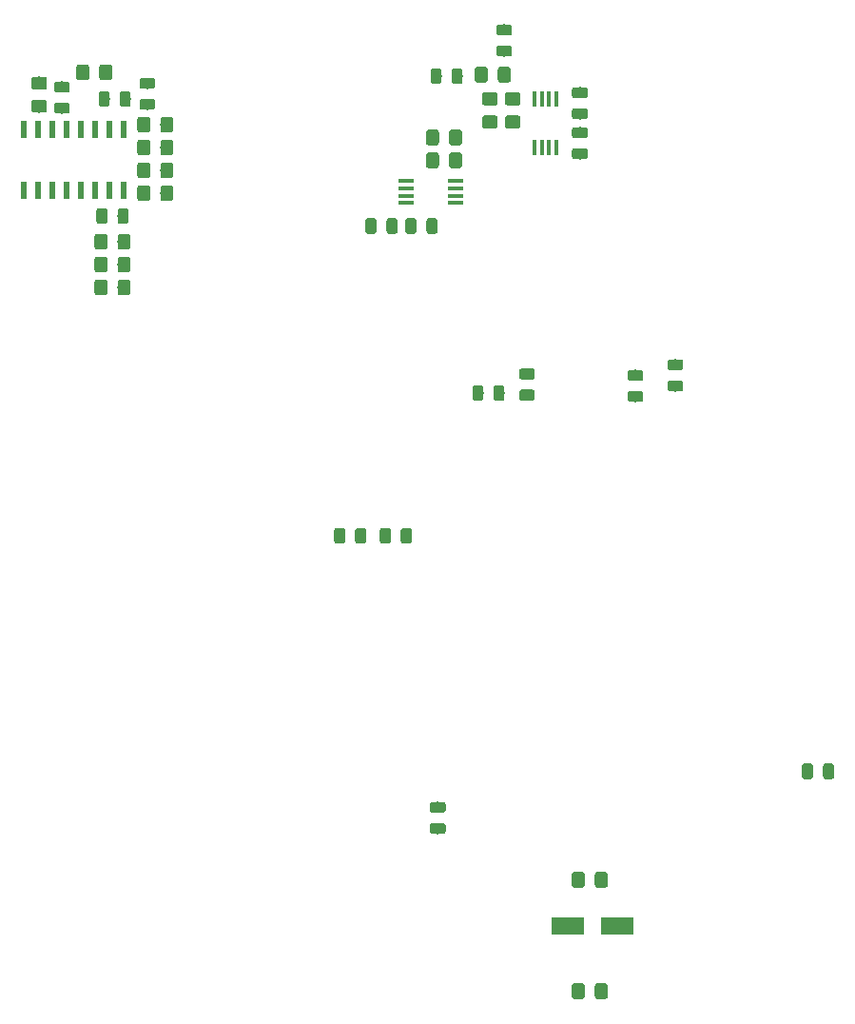
<source format=gbr>
G04 #@! TF.GenerationSoftware,KiCad,Pcbnew,(5.0.1)-3*
G04 #@! TF.CreationDate,2019-01-09T23:58:32-05:00*
G04 #@! TF.ProjectId,SMA_Driver_V1,534D415F4472697665725F56312E6B69,rev?*
G04 #@! TF.SameCoordinates,Original*
G04 #@! TF.FileFunction,Paste,Top*
G04 #@! TF.FilePolarity,Positive*
%FSLAX46Y46*%
G04 Gerber Fmt 4.6, Leading zero omitted, Abs format (unit mm)*
G04 Created by KiCad (PCBNEW (5.0.1)-3) date 1/9/2019 23:58:32*
%MOMM*%
%LPD*%
G01*
G04 APERTURE LIST*
%ADD10C,0.100000*%
%ADD11C,0.975000*%
%ADD12R,3.000000X1.600000*%
%ADD13C,1.150000*%
%ADD14R,1.450000X0.450000*%
%ADD15R,0.450000X1.450000*%
%ADD16R,0.600000X1.550000*%
G04 APERTURE END LIST*
D10*
G04 #@! TO.C,R20*
G36*
X81215142Y-70421174D02*
X81238803Y-70424684D01*
X81262007Y-70430496D01*
X81284529Y-70438554D01*
X81306153Y-70448782D01*
X81326670Y-70461079D01*
X81345883Y-70475329D01*
X81363607Y-70491393D01*
X81379671Y-70509117D01*
X81393921Y-70528330D01*
X81406218Y-70548847D01*
X81416446Y-70570471D01*
X81424504Y-70592993D01*
X81430316Y-70616197D01*
X81433826Y-70639858D01*
X81435000Y-70663750D01*
X81435000Y-71576250D01*
X81433826Y-71600142D01*
X81430316Y-71623803D01*
X81424504Y-71647007D01*
X81416446Y-71669529D01*
X81406218Y-71691153D01*
X81393921Y-71711670D01*
X81379671Y-71730883D01*
X81363607Y-71748607D01*
X81345883Y-71764671D01*
X81326670Y-71778921D01*
X81306153Y-71791218D01*
X81284529Y-71801446D01*
X81262007Y-71809504D01*
X81238803Y-71815316D01*
X81215142Y-71818826D01*
X81191250Y-71820000D01*
X80703750Y-71820000D01*
X80679858Y-71818826D01*
X80656197Y-71815316D01*
X80632993Y-71809504D01*
X80610471Y-71801446D01*
X80588847Y-71791218D01*
X80568330Y-71778921D01*
X80549117Y-71764671D01*
X80531393Y-71748607D01*
X80515329Y-71730883D01*
X80501079Y-71711670D01*
X80488782Y-71691153D01*
X80478554Y-71669529D01*
X80470496Y-71647007D01*
X80464684Y-71623803D01*
X80461174Y-71600142D01*
X80460000Y-71576250D01*
X80460000Y-70663750D01*
X80461174Y-70639858D01*
X80464684Y-70616197D01*
X80470496Y-70592993D01*
X80478554Y-70570471D01*
X80488782Y-70548847D01*
X80501079Y-70528330D01*
X80515329Y-70509117D01*
X80531393Y-70491393D01*
X80549117Y-70475329D01*
X80568330Y-70461079D01*
X80588847Y-70448782D01*
X80610471Y-70438554D01*
X80632993Y-70430496D01*
X80656197Y-70424684D01*
X80679858Y-70421174D01*
X80703750Y-70420000D01*
X81191250Y-70420000D01*
X81215142Y-70421174D01*
X81215142Y-70421174D01*
G37*
D11*
X80947500Y-71120000D03*
D10*
G36*
X79340142Y-70421174D02*
X79363803Y-70424684D01*
X79387007Y-70430496D01*
X79409529Y-70438554D01*
X79431153Y-70448782D01*
X79451670Y-70461079D01*
X79470883Y-70475329D01*
X79488607Y-70491393D01*
X79504671Y-70509117D01*
X79518921Y-70528330D01*
X79531218Y-70548847D01*
X79541446Y-70570471D01*
X79549504Y-70592993D01*
X79555316Y-70616197D01*
X79558826Y-70639858D01*
X79560000Y-70663750D01*
X79560000Y-71576250D01*
X79558826Y-71600142D01*
X79555316Y-71623803D01*
X79549504Y-71647007D01*
X79541446Y-71669529D01*
X79531218Y-71691153D01*
X79518921Y-71711670D01*
X79504671Y-71730883D01*
X79488607Y-71748607D01*
X79470883Y-71764671D01*
X79451670Y-71778921D01*
X79431153Y-71791218D01*
X79409529Y-71801446D01*
X79387007Y-71809504D01*
X79363803Y-71815316D01*
X79340142Y-71818826D01*
X79316250Y-71820000D01*
X78828750Y-71820000D01*
X78804858Y-71818826D01*
X78781197Y-71815316D01*
X78757993Y-71809504D01*
X78735471Y-71801446D01*
X78713847Y-71791218D01*
X78693330Y-71778921D01*
X78674117Y-71764671D01*
X78656393Y-71748607D01*
X78640329Y-71730883D01*
X78626079Y-71711670D01*
X78613782Y-71691153D01*
X78603554Y-71669529D01*
X78595496Y-71647007D01*
X78589684Y-71623803D01*
X78586174Y-71600142D01*
X78585000Y-71576250D01*
X78585000Y-70663750D01*
X78586174Y-70639858D01*
X78589684Y-70616197D01*
X78595496Y-70592993D01*
X78603554Y-70570471D01*
X78613782Y-70548847D01*
X78626079Y-70528330D01*
X78640329Y-70509117D01*
X78656393Y-70491393D01*
X78674117Y-70475329D01*
X78693330Y-70461079D01*
X78713847Y-70448782D01*
X78735471Y-70438554D01*
X78757993Y-70430496D01*
X78781197Y-70424684D01*
X78804858Y-70421174D01*
X78828750Y-70420000D01*
X79316250Y-70420000D01*
X79340142Y-70421174D01*
X79340142Y-70421174D01*
G37*
D11*
X79072500Y-71120000D03*
G04 #@! TD*
D12*
G04 #@! TO.C,C32*
X62144000Y-84836000D03*
X57744000Y-84836000D03*
G04 #@! TD*
D10*
G04 #@! TO.C,C23*
G36*
X61064505Y-89979204D02*
X61088773Y-89982804D01*
X61112572Y-89988765D01*
X61135671Y-89997030D01*
X61157850Y-90007520D01*
X61178893Y-90020132D01*
X61198599Y-90034747D01*
X61216777Y-90051223D01*
X61233253Y-90069401D01*
X61247868Y-90089107D01*
X61260480Y-90110150D01*
X61270970Y-90132329D01*
X61279235Y-90155428D01*
X61285196Y-90179227D01*
X61288796Y-90203495D01*
X61290000Y-90227999D01*
X61290000Y-91128001D01*
X61288796Y-91152505D01*
X61285196Y-91176773D01*
X61279235Y-91200572D01*
X61270970Y-91223671D01*
X61260480Y-91245850D01*
X61247868Y-91266893D01*
X61233253Y-91286599D01*
X61216777Y-91304777D01*
X61198599Y-91321253D01*
X61178893Y-91335868D01*
X61157850Y-91348480D01*
X61135671Y-91358970D01*
X61112572Y-91367235D01*
X61088773Y-91373196D01*
X61064505Y-91376796D01*
X61040001Y-91378000D01*
X60389999Y-91378000D01*
X60365495Y-91376796D01*
X60341227Y-91373196D01*
X60317428Y-91367235D01*
X60294329Y-91358970D01*
X60272150Y-91348480D01*
X60251107Y-91335868D01*
X60231401Y-91321253D01*
X60213223Y-91304777D01*
X60196747Y-91286599D01*
X60182132Y-91266893D01*
X60169520Y-91245850D01*
X60159030Y-91223671D01*
X60150765Y-91200572D01*
X60144804Y-91176773D01*
X60141204Y-91152505D01*
X60140000Y-91128001D01*
X60140000Y-90227999D01*
X60141204Y-90203495D01*
X60144804Y-90179227D01*
X60150765Y-90155428D01*
X60159030Y-90132329D01*
X60169520Y-90110150D01*
X60182132Y-90089107D01*
X60196747Y-90069401D01*
X60213223Y-90051223D01*
X60231401Y-90034747D01*
X60251107Y-90020132D01*
X60272150Y-90007520D01*
X60294329Y-89997030D01*
X60317428Y-89988765D01*
X60341227Y-89982804D01*
X60365495Y-89979204D01*
X60389999Y-89978000D01*
X61040001Y-89978000D01*
X61064505Y-89979204D01*
X61064505Y-89979204D01*
G37*
D13*
X60715000Y-90678000D03*
D10*
G36*
X59014505Y-89979204D02*
X59038773Y-89982804D01*
X59062572Y-89988765D01*
X59085671Y-89997030D01*
X59107850Y-90007520D01*
X59128893Y-90020132D01*
X59148599Y-90034747D01*
X59166777Y-90051223D01*
X59183253Y-90069401D01*
X59197868Y-90089107D01*
X59210480Y-90110150D01*
X59220970Y-90132329D01*
X59229235Y-90155428D01*
X59235196Y-90179227D01*
X59238796Y-90203495D01*
X59240000Y-90227999D01*
X59240000Y-91128001D01*
X59238796Y-91152505D01*
X59235196Y-91176773D01*
X59229235Y-91200572D01*
X59220970Y-91223671D01*
X59210480Y-91245850D01*
X59197868Y-91266893D01*
X59183253Y-91286599D01*
X59166777Y-91304777D01*
X59148599Y-91321253D01*
X59128893Y-91335868D01*
X59107850Y-91348480D01*
X59085671Y-91358970D01*
X59062572Y-91367235D01*
X59038773Y-91373196D01*
X59014505Y-91376796D01*
X58990001Y-91378000D01*
X58339999Y-91378000D01*
X58315495Y-91376796D01*
X58291227Y-91373196D01*
X58267428Y-91367235D01*
X58244329Y-91358970D01*
X58222150Y-91348480D01*
X58201107Y-91335868D01*
X58181401Y-91321253D01*
X58163223Y-91304777D01*
X58146747Y-91286599D01*
X58132132Y-91266893D01*
X58119520Y-91245850D01*
X58109030Y-91223671D01*
X58100765Y-91200572D01*
X58094804Y-91176773D01*
X58091204Y-91152505D01*
X58090000Y-91128001D01*
X58090000Y-90227999D01*
X58091204Y-90203495D01*
X58094804Y-90179227D01*
X58100765Y-90155428D01*
X58109030Y-90132329D01*
X58119520Y-90110150D01*
X58132132Y-90089107D01*
X58146747Y-90069401D01*
X58163223Y-90051223D01*
X58181401Y-90034747D01*
X58201107Y-90020132D01*
X58222150Y-90007520D01*
X58244329Y-89997030D01*
X58267428Y-89988765D01*
X58291227Y-89982804D01*
X58315495Y-89979204D01*
X58339999Y-89978000D01*
X58990001Y-89978000D01*
X59014505Y-89979204D01*
X59014505Y-89979204D01*
G37*
D13*
X58665000Y-90678000D03*
G04 #@! TD*
D10*
G04 #@! TO.C,C22*
G36*
X61064505Y-80073204D02*
X61088773Y-80076804D01*
X61112572Y-80082765D01*
X61135671Y-80091030D01*
X61157850Y-80101520D01*
X61178893Y-80114132D01*
X61198599Y-80128747D01*
X61216777Y-80145223D01*
X61233253Y-80163401D01*
X61247868Y-80183107D01*
X61260480Y-80204150D01*
X61270970Y-80226329D01*
X61279235Y-80249428D01*
X61285196Y-80273227D01*
X61288796Y-80297495D01*
X61290000Y-80321999D01*
X61290000Y-81222001D01*
X61288796Y-81246505D01*
X61285196Y-81270773D01*
X61279235Y-81294572D01*
X61270970Y-81317671D01*
X61260480Y-81339850D01*
X61247868Y-81360893D01*
X61233253Y-81380599D01*
X61216777Y-81398777D01*
X61198599Y-81415253D01*
X61178893Y-81429868D01*
X61157850Y-81442480D01*
X61135671Y-81452970D01*
X61112572Y-81461235D01*
X61088773Y-81467196D01*
X61064505Y-81470796D01*
X61040001Y-81472000D01*
X60389999Y-81472000D01*
X60365495Y-81470796D01*
X60341227Y-81467196D01*
X60317428Y-81461235D01*
X60294329Y-81452970D01*
X60272150Y-81442480D01*
X60251107Y-81429868D01*
X60231401Y-81415253D01*
X60213223Y-81398777D01*
X60196747Y-81380599D01*
X60182132Y-81360893D01*
X60169520Y-81339850D01*
X60159030Y-81317671D01*
X60150765Y-81294572D01*
X60144804Y-81270773D01*
X60141204Y-81246505D01*
X60140000Y-81222001D01*
X60140000Y-80321999D01*
X60141204Y-80297495D01*
X60144804Y-80273227D01*
X60150765Y-80249428D01*
X60159030Y-80226329D01*
X60169520Y-80204150D01*
X60182132Y-80183107D01*
X60196747Y-80163401D01*
X60213223Y-80145223D01*
X60231401Y-80128747D01*
X60251107Y-80114132D01*
X60272150Y-80101520D01*
X60294329Y-80091030D01*
X60317428Y-80082765D01*
X60341227Y-80076804D01*
X60365495Y-80073204D01*
X60389999Y-80072000D01*
X61040001Y-80072000D01*
X61064505Y-80073204D01*
X61064505Y-80073204D01*
G37*
D13*
X60715000Y-80772000D03*
D10*
G36*
X59014505Y-80073204D02*
X59038773Y-80076804D01*
X59062572Y-80082765D01*
X59085671Y-80091030D01*
X59107850Y-80101520D01*
X59128893Y-80114132D01*
X59148599Y-80128747D01*
X59166777Y-80145223D01*
X59183253Y-80163401D01*
X59197868Y-80183107D01*
X59210480Y-80204150D01*
X59220970Y-80226329D01*
X59229235Y-80249428D01*
X59235196Y-80273227D01*
X59238796Y-80297495D01*
X59240000Y-80321999D01*
X59240000Y-81222001D01*
X59238796Y-81246505D01*
X59235196Y-81270773D01*
X59229235Y-81294572D01*
X59220970Y-81317671D01*
X59210480Y-81339850D01*
X59197868Y-81360893D01*
X59183253Y-81380599D01*
X59166777Y-81398777D01*
X59148599Y-81415253D01*
X59128893Y-81429868D01*
X59107850Y-81442480D01*
X59085671Y-81452970D01*
X59062572Y-81461235D01*
X59038773Y-81467196D01*
X59014505Y-81470796D01*
X58990001Y-81472000D01*
X58339999Y-81472000D01*
X58315495Y-81470796D01*
X58291227Y-81467196D01*
X58267428Y-81461235D01*
X58244329Y-81452970D01*
X58222150Y-81442480D01*
X58201107Y-81429868D01*
X58181401Y-81415253D01*
X58163223Y-81398777D01*
X58146747Y-81380599D01*
X58132132Y-81360893D01*
X58119520Y-81339850D01*
X58109030Y-81317671D01*
X58100765Y-81294572D01*
X58094804Y-81270773D01*
X58091204Y-81246505D01*
X58090000Y-81222001D01*
X58090000Y-80321999D01*
X58091204Y-80297495D01*
X58094804Y-80273227D01*
X58100765Y-80249428D01*
X58109030Y-80226329D01*
X58119520Y-80204150D01*
X58132132Y-80183107D01*
X58146747Y-80163401D01*
X58163223Y-80145223D01*
X58181401Y-80128747D01*
X58201107Y-80114132D01*
X58222150Y-80101520D01*
X58244329Y-80091030D01*
X58267428Y-80082765D01*
X58291227Y-80076804D01*
X58315495Y-80073204D01*
X58339999Y-80072000D01*
X58990001Y-80072000D01*
X59014505Y-80073204D01*
X59014505Y-80073204D01*
G37*
D13*
X58665000Y-80772000D03*
G04 #@! TD*
D10*
G04 #@! TO.C,C4*
G36*
X20330305Y-12890204D02*
X20354573Y-12893804D01*
X20378372Y-12899765D01*
X20401471Y-12908030D01*
X20423650Y-12918520D01*
X20444693Y-12931132D01*
X20464399Y-12945747D01*
X20482577Y-12962223D01*
X20499053Y-12980401D01*
X20513668Y-13000107D01*
X20526280Y-13021150D01*
X20536770Y-13043329D01*
X20545035Y-13066428D01*
X20550996Y-13090227D01*
X20554596Y-13114495D01*
X20555800Y-13138999D01*
X20555800Y-14039001D01*
X20554596Y-14063505D01*
X20550996Y-14087773D01*
X20545035Y-14111572D01*
X20536770Y-14134671D01*
X20526280Y-14156850D01*
X20513668Y-14177893D01*
X20499053Y-14197599D01*
X20482577Y-14215777D01*
X20464399Y-14232253D01*
X20444693Y-14246868D01*
X20423650Y-14259480D01*
X20401471Y-14269970D01*
X20378372Y-14278235D01*
X20354573Y-14284196D01*
X20330305Y-14287796D01*
X20305801Y-14289000D01*
X19655799Y-14289000D01*
X19631295Y-14287796D01*
X19607027Y-14284196D01*
X19583228Y-14278235D01*
X19560129Y-14269970D01*
X19537950Y-14259480D01*
X19516907Y-14246868D01*
X19497201Y-14232253D01*
X19479023Y-14215777D01*
X19462547Y-14197599D01*
X19447932Y-14177893D01*
X19435320Y-14156850D01*
X19424830Y-14134671D01*
X19416565Y-14111572D01*
X19410604Y-14087773D01*
X19407004Y-14063505D01*
X19405800Y-14039001D01*
X19405800Y-13138999D01*
X19407004Y-13114495D01*
X19410604Y-13090227D01*
X19416565Y-13066428D01*
X19424830Y-13043329D01*
X19435320Y-13021150D01*
X19447932Y-13000107D01*
X19462547Y-12980401D01*
X19479023Y-12962223D01*
X19497201Y-12945747D01*
X19516907Y-12931132D01*
X19537950Y-12918520D01*
X19560129Y-12908030D01*
X19583228Y-12899765D01*
X19607027Y-12893804D01*
X19631295Y-12890204D01*
X19655799Y-12889000D01*
X20305801Y-12889000D01*
X20330305Y-12890204D01*
X20330305Y-12890204D01*
G37*
D13*
X19980800Y-13589000D03*
D10*
G36*
X22380305Y-12890204D02*
X22404573Y-12893804D01*
X22428372Y-12899765D01*
X22451471Y-12908030D01*
X22473650Y-12918520D01*
X22494693Y-12931132D01*
X22514399Y-12945747D01*
X22532577Y-12962223D01*
X22549053Y-12980401D01*
X22563668Y-13000107D01*
X22576280Y-13021150D01*
X22586770Y-13043329D01*
X22595035Y-13066428D01*
X22600996Y-13090227D01*
X22604596Y-13114495D01*
X22605800Y-13138999D01*
X22605800Y-14039001D01*
X22604596Y-14063505D01*
X22600996Y-14087773D01*
X22595035Y-14111572D01*
X22586770Y-14134671D01*
X22576280Y-14156850D01*
X22563668Y-14177893D01*
X22549053Y-14197599D01*
X22532577Y-14215777D01*
X22514399Y-14232253D01*
X22494693Y-14246868D01*
X22473650Y-14259480D01*
X22451471Y-14269970D01*
X22428372Y-14278235D01*
X22404573Y-14284196D01*
X22380305Y-14287796D01*
X22355801Y-14289000D01*
X21705799Y-14289000D01*
X21681295Y-14287796D01*
X21657027Y-14284196D01*
X21633228Y-14278235D01*
X21610129Y-14269970D01*
X21587950Y-14259480D01*
X21566907Y-14246868D01*
X21547201Y-14232253D01*
X21529023Y-14215777D01*
X21512547Y-14197599D01*
X21497932Y-14177893D01*
X21485320Y-14156850D01*
X21474830Y-14134671D01*
X21466565Y-14111572D01*
X21460604Y-14087773D01*
X21457004Y-14063505D01*
X21455800Y-14039001D01*
X21455800Y-13138999D01*
X21457004Y-13114495D01*
X21460604Y-13090227D01*
X21466565Y-13066428D01*
X21474830Y-13043329D01*
X21485320Y-13021150D01*
X21497932Y-13000107D01*
X21512547Y-12980401D01*
X21529023Y-12962223D01*
X21547201Y-12945747D01*
X21566907Y-12931132D01*
X21587950Y-12918520D01*
X21610129Y-12908030D01*
X21633228Y-12899765D01*
X21657027Y-12893804D01*
X21681295Y-12890204D01*
X21705799Y-12889000D01*
X22355801Y-12889000D01*
X22380305Y-12890204D01*
X22380305Y-12890204D01*
G37*
D13*
X22030800Y-13589000D03*
G04 #@! TD*
D14*
G04 #@! TO.C,U2*
X47742200Y-20558400D03*
X47742200Y-19908400D03*
X47742200Y-19258400D03*
X47742200Y-18608400D03*
X43342200Y-18608400D03*
X43342200Y-19258400D03*
X43342200Y-19908400D03*
X43342200Y-20558400D03*
G04 #@! TD*
D10*
G04 #@! TO.C,R10*
G36*
X40478142Y-21907174D02*
X40501803Y-21910684D01*
X40525007Y-21916496D01*
X40547529Y-21924554D01*
X40569153Y-21934782D01*
X40589670Y-21947079D01*
X40608883Y-21961329D01*
X40626607Y-21977393D01*
X40642671Y-21995117D01*
X40656921Y-22014330D01*
X40669218Y-22034847D01*
X40679446Y-22056471D01*
X40687504Y-22078993D01*
X40693316Y-22102197D01*
X40696826Y-22125858D01*
X40698000Y-22149750D01*
X40698000Y-23062250D01*
X40696826Y-23086142D01*
X40693316Y-23109803D01*
X40687504Y-23133007D01*
X40679446Y-23155529D01*
X40669218Y-23177153D01*
X40656921Y-23197670D01*
X40642671Y-23216883D01*
X40626607Y-23234607D01*
X40608883Y-23250671D01*
X40589670Y-23264921D01*
X40569153Y-23277218D01*
X40547529Y-23287446D01*
X40525007Y-23295504D01*
X40501803Y-23301316D01*
X40478142Y-23304826D01*
X40454250Y-23306000D01*
X39966750Y-23306000D01*
X39942858Y-23304826D01*
X39919197Y-23301316D01*
X39895993Y-23295504D01*
X39873471Y-23287446D01*
X39851847Y-23277218D01*
X39831330Y-23264921D01*
X39812117Y-23250671D01*
X39794393Y-23234607D01*
X39778329Y-23216883D01*
X39764079Y-23197670D01*
X39751782Y-23177153D01*
X39741554Y-23155529D01*
X39733496Y-23133007D01*
X39727684Y-23109803D01*
X39724174Y-23086142D01*
X39723000Y-23062250D01*
X39723000Y-22149750D01*
X39724174Y-22125858D01*
X39727684Y-22102197D01*
X39733496Y-22078993D01*
X39741554Y-22056471D01*
X39751782Y-22034847D01*
X39764079Y-22014330D01*
X39778329Y-21995117D01*
X39794393Y-21977393D01*
X39812117Y-21961329D01*
X39831330Y-21947079D01*
X39851847Y-21934782D01*
X39873471Y-21924554D01*
X39895993Y-21916496D01*
X39919197Y-21910684D01*
X39942858Y-21907174D01*
X39966750Y-21906000D01*
X40454250Y-21906000D01*
X40478142Y-21907174D01*
X40478142Y-21907174D01*
G37*
D11*
X40210500Y-22606000D03*
D10*
G36*
X42353142Y-21907174D02*
X42376803Y-21910684D01*
X42400007Y-21916496D01*
X42422529Y-21924554D01*
X42444153Y-21934782D01*
X42464670Y-21947079D01*
X42483883Y-21961329D01*
X42501607Y-21977393D01*
X42517671Y-21995117D01*
X42531921Y-22014330D01*
X42544218Y-22034847D01*
X42554446Y-22056471D01*
X42562504Y-22078993D01*
X42568316Y-22102197D01*
X42571826Y-22125858D01*
X42573000Y-22149750D01*
X42573000Y-23062250D01*
X42571826Y-23086142D01*
X42568316Y-23109803D01*
X42562504Y-23133007D01*
X42554446Y-23155529D01*
X42544218Y-23177153D01*
X42531921Y-23197670D01*
X42517671Y-23216883D01*
X42501607Y-23234607D01*
X42483883Y-23250671D01*
X42464670Y-23264921D01*
X42444153Y-23277218D01*
X42422529Y-23287446D01*
X42400007Y-23295504D01*
X42376803Y-23301316D01*
X42353142Y-23304826D01*
X42329250Y-23306000D01*
X41841750Y-23306000D01*
X41817858Y-23304826D01*
X41794197Y-23301316D01*
X41770993Y-23295504D01*
X41748471Y-23287446D01*
X41726847Y-23277218D01*
X41706330Y-23264921D01*
X41687117Y-23250671D01*
X41669393Y-23234607D01*
X41653329Y-23216883D01*
X41639079Y-23197670D01*
X41626782Y-23177153D01*
X41616554Y-23155529D01*
X41608496Y-23133007D01*
X41602684Y-23109803D01*
X41599174Y-23086142D01*
X41598000Y-23062250D01*
X41598000Y-22149750D01*
X41599174Y-22125858D01*
X41602684Y-22102197D01*
X41608496Y-22078993D01*
X41616554Y-22056471D01*
X41626782Y-22034847D01*
X41639079Y-22014330D01*
X41653329Y-21995117D01*
X41669393Y-21977393D01*
X41687117Y-21961329D01*
X41706330Y-21947079D01*
X41726847Y-21934782D01*
X41748471Y-21924554D01*
X41770993Y-21916496D01*
X41794197Y-21910684D01*
X41817858Y-21907174D01*
X41841750Y-21906000D01*
X42329250Y-21906000D01*
X42353142Y-21907174D01*
X42353142Y-21907174D01*
G37*
D11*
X42085500Y-22606000D03*
G04 #@! TD*
D10*
G04 #@! TO.C,R14*
G36*
X59281142Y-13816174D02*
X59304803Y-13819684D01*
X59328007Y-13825496D01*
X59350529Y-13833554D01*
X59372153Y-13843782D01*
X59392670Y-13856079D01*
X59411883Y-13870329D01*
X59429607Y-13886393D01*
X59445671Y-13904117D01*
X59459921Y-13923330D01*
X59472218Y-13943847D01*
X59482446Y-13965471D01*
X59490504Y-13987993D01*
X59496316Y-14011197D01*
X59499826Y-14034858D01*
X59501000Y-14058750D01*
X59501000Y-14546250D01*
X59499826Y-14570142D01*
X59496316Y-14593803D01*
X59490504Y-14617007D01*
X59482446Y-14639529D01*
X59472218Y-14661153D01*
X59459921Y-14681670D01*
X59445671Y-14700883D01*
X59429607Y-14718607D01*
X59411883Y-14734671D01*
X59392670Y-14748921D01*
X59372153Y-14761218D01*
X59350529Y-14771446D01*
X59328007Y-14779504D01*
X59304803Y-14785316D01*
X59281142Y-14788826D01*
X59257250Y-14790000D01*
X58344750Y-14790000D01*
X58320858Y-14788826D01*
X58297197Y-14785316D01*
X58273993Y-14779504D01*
X58251471Y-14771446D01*
X58229847Y-14761218D01*
X58209330Y-14748921D01*
X58190117Y-14734671D01*
X58172393Y-14718607D01*
X58156329Y-14700883D01*
X58142079Y-14681670D01*
X58129782Y-14661153D01*
X58119554Y-14639529D01*
X58111496Y-14617007D01*
X58105684Y-14593803D01*
X58102174Y-14570142D01*
X58101000Y-14546250D01*
X58101000Y-14058750D01*
X58102174Y-14034858D01*
X58105684Y-14011197D01*
X58111496Y-13987993D01*
X58119554Y-13965471D01*
X58129782Y-13943847D01*
X58142079Y-13923330D01*
X58156329Y-13904117D01*
X58172393Y-13886393D01*
X58190117Y-13870329D01*
X58209330Y-13856079D01*
X58229847Y-13843782D01*
X58251471Y-13833554D01*
X58273993Y-13825496D01*
X58297197Y-13819684D01*
X58320858Y-13816174D01*
X58344750Y-13815000D01*
X59257250Y-13815000D01*
X59281142Y-13816174D01*
X59281142Y-13816174D01*
G37*
D11*
X58801000Y-14302500D03*
D10*
G36*
X59281142Y-15691174D02*
X59304803Y-15694684D01*
X59328007Y-15700496D01*
X59350529Y-15708554D01*
X59372153Y-15718782D01*
X59392670Y-15731079D01*
X59411883Y-15745329D01*
X59429607Y-15761393D01*
X59445671Y-15779117D01*
X59459921Y-15798330D01*
X59472218Y-15818847D01*
X59482446Y-15840471D01*
X59490504Y-15862993D01*
X59496316Y-15886197D01*
X59499826Y-15909858D01*
X59501000Y-15933750D01*
X59501000Y-16421250D01*
X59499826Y-16445142D01*
X59496316Y-16468803D01*
X59490504Y-16492007D01*
X59482446Y-16514529D01*
X59472218Y-16536153D01*
X59459921Y-16556670D01*
X59445671Y-16575883D01*
X59429607Y-16593607D01*
X59411883Y-16609671D01*
X59392670Y-16623921D01*
X59372153Y-16636218D01*
X59350529Y-16646446D01*
X59328007Y-16654504D01*
X59304803Y-16660316D01*
X59281142Y-16663826D01*
X59257250Y-16665000D01*
X58344750Y-16665000D01*
X58320858Y-16663826D01*
X58297197Y-16660316D01*
X58273993Y-16654504D01*
X58251471Y-16646446D01*
X58229847Y-16636218D01*
X58209330Y-16623921D01*
X58190117Y-16609671D01*
X58172393Y-16593607D01*
X58156329Y-16575883D01*
X58142079Y-16556670D01*
X58129782Y-16536153D01*
X58119554Y-16514529D01*
X58111496Y-16492007D01*
X58105684Y-16468803D01*
X58102174Y-16445142D01*
X58101000Y-16421250D01*
X58101000Y-15933750D01*
X58102174Y-15909858D01*
X58105684Y-15886197D01*
X58111496Y-15862993D01*
X58119554Y-15840471D01*
X58129782Y-15818847D01*
X58142079Y-15798330D01*
X58156329Y-15779117D01*
X58172393Y-15761393D01*
X58190117Y-15745329D01*
X58209330Y-15731079D01*
X58229847Y-15718782D01*
X58251471Y-15708554D01*
X58273993Y-15700496D01*
X58297197Y-15694684D01*
X58320858Y-15691174D01*
X58344750Y-15690000D01*
X59257250Y-15690000D01*
X59281142Y-15691174D01*
X59281142Y-15691174D01*
G37*
D11*
X58801000Y-16177500D03*
G04 #@! TD*
D10*
G04 #@! TO.C,R11*
G36*
X45909142Y-21907174D02*
X45932803Y-21910684D01*
X45956007Y-21916496D01*
X45978529Y-21924554D01*
X46000153Y-21934782D01*
X46020670Y-21947079D01*
X46039883Y-21961329D01*
X46057607Y-21977393D01*
X46073671Y-21995117D01*
X46087921Y-22014330D01*
X46100218Y-22034847D01*
X46110446Y-22056471D01*
X46118504Y-22078993D01*
X46124316Y-22102197D01*
X46127826Y-22125858D01*
X46129000Y-22149750D01*
X46129000Y-23062250D01*
X46127826Y-23086142D01*
X46124316Y-23109803D01*
X46118504Y-23133007D01*
X46110446Y-23155529D01*
X46100218Y-23177153D01*
X46087921Y-23197670D01*
X46073671Y-23216883D01*
X46057607Y-23234607D01*
X46039883Y-23250671D01*
X46020670Y-23264921D01*
X46000153Y-23277218D01*
X45978529Y-23287446D01*
X45956007Y-23295504D01*
X45932803Y-23301316D01*
X45909142Y-23304826D01*
X45885250Y-23306000D01*
X45397750Y-23306000D01*
X45373858Y-23304826D01*
X45350197Y-23301316D01*
X45326993Y-23295504D01*
X45304471Y-23287446D01*
X45282847Y-23277218D01*
X45262330Y-23264921D01*
X45243117Y-23250671D01*
X45225393Y-23234607D01*
X45209329Y-23216883D01*
X45195079Y-23197670D01*
X45182782Y-23177153D01*
X45172554Y-23155529D01*
X45164496Y-23133007D01*
X45158684Y-23109803D01*
X45155174Y-23086142D01*
X45154000Y-23062250D01*
X45154000Y-22149750D01*
X45155174Y-22125858D01*
X45158684Y-22102197D01*
X45164496Y-22078993D01*
X45172554Y-22056471D01*
X45182782Y-22034847D01*
X45195079Y-22014330D01*
X45209329Y-21995117D01*
X45225393Y-21977393D01*
X45243117Y-21961329D01*
X45262330Y-21947079D01*
X45282847Y-21934782D01*
X45304471Y-21924554D01*
X45326993Y-21916496D01*
X45350197Y-21910684D01*
X45373858Y-21907174D01*
X45397750Y-21906000D01*
X45885250Y-21906000D01*
X45909142Y-21907174D01*
X45909142Y-21907174D01*
G37*
D11*
X45641500Y-22606000D03*
D10*
G36*
X44034142Y-21907174D02*
X44057803Y-21910684D01*
X44081007Y-21916496D01*
X44103529Y-21924554D01*
X44125153Y-21934782D01*
X44145670Y-21947079D01*
X44164883Y-21961329D01*
X44182607Y-21977393D01*
X44198671Y-21995117D01*
X44212921Y-22014330D01*
X44225218Y-22034847D01*
X44235446Y-22056471D01*
X44243504Y-22078993D01*
X44249316Y-22102197D01*
X44252826Y-22125858D01*
X44254000Y-22149750D01*
X44254000Y-23062250D01*
X44252826Y-23086142D01*
X44249316Y-23109803D01*
X44243504Y-23133007D01*
X44235446Y-23155529D01*
X44225218Y-23177153D01*
X44212921Y-23197670D01*
X44198671Y-23216883D01*
X44182607Y-23234607D01*
X44164883Y-23250671D01*
X44145670Y-23264921D01*
X44125153Y-23277218D01*
X44103529Y-23287446D01*
X44081007Y-23295504D01*
X44057803Y-23301316D01*
X44034142Y-23304826D01*
X44010250Y-23306000D01*
X43522750Y-23306000D01*
X43498858Y-23304826D01*
X43475197Y-23301316D01*
X43451993Y-23295504D01*
X43429471Y-23287446D01*
X43407847Y-23277218D01*
X43387330Y-23264921D01*
X43368117Y-23250671D01*
X43350393Y-23234607D01*
X43334329Y-23216883D01*
X43320079Y-23197670D01*
X43307782Y-23177153D01*
X43297554Y-23155529D01*
X43289496Y-23133007D01*
X43283684Y-23109803D01*
X43280174Y-23086142D01*
X43279000Y-23062250D01*
X43279000Y-22149750D01*
X43280174Y-22125858D01*
X43283684Y-22102197D01*
X43289496Y-22078993D01*
X43297554Y-22056471D01*
X43307782Y-22034847D01*
X43320079Y-22014330D01*
X43334329Y-21995117D01*
X43350393Y-21977393D01*
X43368117Y-21961329D01*
X43387330Y-21947079D01*
X43407847Y-21934782D01*
X43429471Y-21924554D01*
X43451993Y-21916496D01*
X43475197Y-21910684D01*
X43498858Y-21907174D01*
X43522750Y-21906000D01*
X44010250Y-21906000D01*
X44034142Y-21907174D01*
X44034142Y-21907174D01*
G37*
D11*
X43766500Y-22606000D03*
G04 #@! TD*
D10*
G04 #@! TO.C,C29*
G36*
X53306505Y-10720204D02*
X53330773Y-10723804D01*
X53354572Y-10729765D01*
X53377671Y-10738030D01*
X53399850Y-10748520D01*
X53420893Y-10761132D01*
X53440599Y-10775747D01*
X53458777Y-10792223D01*
X53475253Y-10810401D01*
X53489868Y-10830107D01*
X53502480Y-10851150D01*
X53512970Y-10873329D01*
X53521235Y-10896428D01*
X53527196Y-10920227D01*
X53530796Y-10944495D01*
X53532000Y-10968999D01*
X53532000Y-11619001D01*
X53530796Y-11643505D01*
X53527196Y-11667773D01*
X53521235Y-11691572D01*
X53512970Y-11714671D01*
X53502480Y-11736850D01*
X53489868Y-11757893D01*
X53475253Y-11777599D01*
X53458777Y-11795777D01*
X53440599Y-11812253D01*
X53420893Y-11826868D01*
X53399850Y-11839480D01*
X53377671Y-11849970D01*
X53354572Y-11858235D01*
X53330773Y-11864196D01*
X53306505Y-11867796D01*
X53282001Y-11869000D01*
X52381999Y-11869000D01*
X52357495Y-11867796D01*
X52333227Y-11864196D01*
X52309428Y-11858235D01*
X52286329Y-11849970D01*
X52264150Y-11839480D01*
X52243107Y-11826868D01*
X52223401Y-11812253D01*
X52205223Y-11795777D01*
X52188747Y-11777599D01*
X52174132Y-11757893D01*
X52161520Y-11736850D01*
X52151030Y-11714671D01*
X52142765Y-11691572D01*
X52136804Y-11667773D01*
X52133204Y-11643505D01*
X52132000Y-11619001D01*
X52132000Y-10968999D01*
X52133204Y-10944495D01*
X52136804Y-10920227D01*
X52142765Y-10896428D01*
X52151030Y-10873329D01*
X52161520Y-10851150D01*
X52174132Y-10830107D01*
X52188747Y-10810401D01*
X52205223Y-10792223D01*
X52223401Y-10775747D01*
X52243107Y-10761132D01*
X52264150Y-10748520D01*
X52286329Y-10738030D01*
X52309428Y-10729765D01*
X52333227Y-10723804D01*
X52357495Y-10720204D01*
X52381999Y-10719000D01*
X53282001Y-10719000D01*
X53306505Y-10720204D01*
X53306505Y-10720204D01*
G37*
D13*
X52832000Y-11294000D03*
D10*
G36*
X53306505Y-12770204D02*
X53330773Y-12773804D01*
X53354572Y-12779765D01*
X53377671Y-12788030D01*
X53399850Y-12798520D01*
X53420893Y-12811132D01*
X53440599Y-12825747D01*
X53458777Y-12842223D01*
X53475253Y-12860401D01*
X53489868Y-12880107D01*
X53502480Y-12901150D01*
X53512970Y-12923329D01*
X53521235Y-12946428D01*
X53527196Y-12970227D01*
X53530796Y-12994495D01*
X53532000Y-13018999D01*
X53532000Y-13669001D01*
X53530796Y-13693505D01*
X53527196Y-13717773D01*
X53521235Y-13741572D01*
X53512970Y-13764671D01*
X53502480Y-13786850D01*
X53489868Y-13807893D01*
X53475253Y-13827599D01*
X53458777Y-13845777D01*
X53440599Y-13862253D01*
X53420893Y-13876868D01*
X53399850Y-13889480D01*
X53377671Y-13899970D01*
X53354572Y-13908235D01*
X53330773Y-13914196D01*
X53306505Y-13917796D01*
X53282001Y-13919000D01*
X52381999Y-13919000D01*
X52357495Y-13917796D01*
X52333227Y-13914196D01*
X52309428Y-13908235D01*
X52286329Y-13899970D01*
X52264150Y-13889480D01*
X52243107Y-13876868D01*
X52223401Y-13862253D01*
X52205223Y-13845777D01*
X52188747Y-13827599D01*
X52174132Y-13807893D01*
X52161520Y-13786850D01*
X52151030Y-13764671D01*
X52142765Y-13741572D01*
X52136804Y-13717773D01*
X52133204Y-13693505D01*
X52132000Y-13669001D01*
X52132000Y-13018999D01*
X52133204Y-12994495D01*
X52136804Y-12970227D01*
X52142765Y-12946428D01*
X52151030Y-12923329D01*
X52161520Y-12901150D01*
X52174132Y-12880107D01*
X52188747Y-12860401D01*
X52205223Y-12842223D01*
X52223401Y-12825747D01*
X52243107Y-12811132D01*
X52264150Y-12798520D01*
X52286329Y-12788030D01*
X52309428Y-12779765D01*
X52333227Y-12773804D01*
X52357495Y-12770204D01*
X52381999Y-12769000D01*
X53282001Y-12769000D01*
X53306505Y-12770204D01*
X53306505Y-12770204D01*
G37*
D13*
X52832000Y-13344000D03*
G04 #@! TD*
D10*
G04 #@! TO.C,C30*
G36*
X51274505Y-12770204D02*
X51298773Y-12773804D01*
X51322572Y-12779765D01*
X51345671Y-12788030D01*
X51367850Y-12798520D01*
X51388893Y-12811132D01*
X51408599Y-12825747D01*
X51426777Y-12842223D01*
X51443253Y-12860401D01*
X51457868Y-12880107D01*
X51470480Y-12901150D01*
X51480970Y-12923329D01*
X51489235Y-12946428D01*
X51495196Y-12970227D01*
X51498796Y-12994495D01*
X51500000Y-13018999D01*
X51500000Y-13669001D01*
X51498796Y-13693505D01*
X51495196Y-13717773D01*
X51489235Y-13741572D01*
X51480970Y-13764671D01*
X51470480Y-13786850D01*
X51457868Y-13807893D01*
X51443253Y-13827599D01*
X51426777Y-13845777D01*
X51408599Y-13862253D01*
X51388893Y-13876868D01*
X51367850Y-13889480D01*
X51345671Y-13899970D01*
X51322572Y-13908235D01*
X51298773Y-13914196D01*
X51274505Y-13917796D01*
X51250001Y-13919000D01*
X50349999Y-13919000D01*
X50325495Y-13917796D01*
X50301227Y-13914196D01*
X50277428Y-13908235D01*
X50254329Y-13899970D01*
X50232150Y-13889480D01*
X50211107Y-13876868D01*
X50191401Y-13862253D01*
X50173223Y-13845777D01*
X50156747Y-13827599D01*
X50142132Y-13807893D01*
X50129520Y-13786850D01*
X50119030Y-13764671D01*
X50110765Y-13741572D01*
X50104804Y-13717773D01*
X50101204Y-13693505D01*
X50100000Y-13669001D01*
X50100000Y-13018999D01*
X50101204Y-12994495D01*
X50104804Y-12970227D01*
X50110765Y-12946428D01*
X50119030Y-12923329D01*
X50129520Y-12901150D01*
X50142132Y-12880107D01*
X50156747Y-12860401D01*
X50173223Y-12842223D01*
X50191401Y-12825747D01*
X50211107Y-12811132D01*
X50232150Y-12798520D01*
X50254329Y-12788030D01*
X50277428Y-12779765D01*
X50301227Y-12773804D01*
X50325495Y-12770204D01*
X50349999Y-12769000D01*
X51250001Y-12769000D01*
X51274505Y-12770204D01*
X51274505Y-12770204D01*
G37*
D13*
X50800000Y-13344000D03*
D10*
G36*
X51274505Y-10720204D02*
X51298773Y-10723804D01*
X51322572Y-10729765D01*
X51345671Y-10738030D01*
X51367850Y-10748520D01*
X51388893Y-10761132D01*
X51408599Y-10775747D01*
X51426777Y-10792223D01*
X51443253Y-10810401D01*
X51457868Y-10830107D01*
X51470480Y-10851150D01*
X51480970Y-10873329D01*
X51489235Y-10896428D01*
X51495196Y-10920227D01*
X51498796Y-10944495D01*
X51500000Y-10968999D01*
X51500000Y-11619001D01*
X51498796Y-11643505D01*
X51495196Y-11667773D01*
X51489235Y-11691572D01*
X51480970Y-11714671D01*
X51470480Y-11736850D01*
X51457868Y-11757893D01*
X51443253Y-11777599D01*
X51426777Y-11795777D01*
X51408599Y-11812253D01*
X51388893Y-11826868D01*
X51367850Y-11839480D01*
X51345671Y-11849970D01*
X51322572Y-11858235D01*
X51298773Y-11864196D01*
X51274505Y-11867796D01*
X51250001Y-11869000D01*
X50349999Y-11869000D01*
X50325495Y-11867796D01*
X50301227Y-11864196D01*
X50277428Y-11858235D01*
X50254329Y-11849970D01*
X50232150Y-11839480D01*
X50211107Y-11826868D01*
X50191401Y-11812253D01*
X50173223Y-11795777D01*
X50156747Y-11777599D01*
X50142132Y-11757893D01*
X50129520Y-11736850D01*
X50119030Y-11714671D01*
X50110765Y-11691572D01*
X50104804Y-11667773D01*
X50101204Y-11643505D01*
X50100000Y-11619001D01*
X50100000Y-10968999D01*
X50101204Y-10944495D01*
X50104804Y-10920227D01*
X50110765Y-10896428D01*
X50119030Y-10873329D01*
X50129520Y-10851150D01*
X50142132Y-10830107D01*
X50156747Y-10810401D01*
X50173223Y-10792223D01*
X50191401Y-10775747D01*
X50211107Y-10761132D01*
X50232150Y-10748520D01*
X50254329Y-10738030D01*
X50277428Y-10729765D01*
X50301227Y-10723804D01*
X50325495Y-10720204D01*
X50349999Y-10719000D01*
X51250001Y-10719000D01*
X51274505Y-10720204D01*
X51274505Y-10720204D01*
G37*
D13*
X50800000Y-11294000D03*
G04 #@! TD*
D10*
G04 #@! TO.C,C31*
G36*
X11142505Y-11373204D02*
X11166773Y-11376804D01*
X11190572Y-11382765D01*
X11213671Y-11391030D01*
X11235850Y-11401520D01*
X11256893Y-11414132D01*
X11276599Y-11428747D01*
X11294777Y-11445223D01*
X11311253Y-11463401D01*
X11325868Y-11483107D01*
X11338480Y-11504150D01*
X11348970Y-11526329D01*
X11357235Y-11549428D01*
X11363196Y-11573227D01*
X11366796Y-11597495D01*
X11368000Y-11621999D01*
X11368000Y-12272001D01*
X11366796Y-12296505D01*
X11363196Y-12320773D01*
X11357235Y-12344572D01*
X11348970Y-12367671D01*
X11338480Y-12389850D01*
X11325868Y-12410893D01*
X11311253Y-12430599D01*
X11294777Y-12448777D01*
X11276599Y-12465253D01*
X11256893Y-12479868D01*
X11235850Y-12492480D01*
X11213671Y-12502970D01*
X11190572Y-12511235D01*
X11166773Y-12517196D01*
X11142505Y-12520796D01*
X11118001Y-12522000D01*
X10217999Y-12522000D01*
X10193495Y-12520796D01*
X10169227Y-12517196D01*
X10145428Y-12511235D01*
X10122329Y-12502970D01*
X10100150Y-12492480D01*
X10079107Y-12479868D01*
X10059401Y-12465253D01*
X10041223Y-12448777D01*
X10024747Y-12430599D01*
X10010132Y-12410893D01*
X9997520Y-12389850D01*
X9987030Y-12367671D01*
X9978765Y-12344572D01*
X9972804Y-12320773D01*
X9969204Y-12296505D01*
X9968000Y-12272001D01*
X9968000Y-11621999D01*
X9969204Y-11597495D01*
X9972804Y-11573227D01*
X9978765Y-11549428D01*
X9987030Y-11526329D01*
X9997520Y-11504150D01*
X10010132Y-11483107D01*
X10024747Y-11463401D01*
X10041223Y-11445223D01*
X10059401Y-11428747D01*
X10079107Y-11414132D01*
X10100150Y-11401520D01*
X10122329Y-11391030D01*
X10145428Y-11382765D01*
X10169227Y-11376804D01*
X10193495Y-11373204D01*
X10217999Y-11372000D01*
X11118001Y-11372000D01*
X11142505Y-11373204D01*
X11142505Y-11373204D01*
G37*
D13*
X10668000Y-11947000D03*
D10*
G36*
X11142505Y-9323204D02*
X11166773Y-9326804D01*
X11190572Y-9332765D01*
X11213671Y-9341030D01*
X11235850Y-9351520D01*
X11256893Y-9364132D01*
X11276599Y-9378747D01*
X11294777Y-9395223D01*
X11311253Y-9413401D01*
X11325868Y-9433107D01*
X11338480Y-9454150D01*
X11348970Y-9476329D01*
X11357235Y-9499428D01*
X11363196Y-9523227D01*
X11366796Y-9547495D01*
X11368000Y-9571999D01*
X11368000Y-10222001D01*
X11366796Y-10246505D01*
X11363196Y-10270773D01*
X11357235Y-10294572D01*
X11348970Y-10317671D01*
X11338480Y-10339850D01*
X11325868Y-10360893D01*
X11311253Y-10380599D01*
X11294777Y-10398777D01*
X11276599Y-10415253D01*
X11256893Y-10429868D01*
X11235850Y-10442480D01*
X11213671Y-10452970D01*
X11190572Y-10461235D01*
X11166773Y-10467196D01*
X11142505Y-10470796D01*
X11118001Y-10472000D01*
X10217999Y-10472000D01*
X10193495Y-10470796D01*
X10169227Y-10467196D01*
X10145428Y-10461235D01*
X10122329Y-10452970D01*
X10100150Y-10442480D01*
X10079107Y-10429868D01*
X10059401Y-10415253D01*
X10041223Y-10398777D01*
X10024747Y-10380599D01*
X10010132Y-10360893D01*
X9997520Y-10339850D01*
X9987030Y-10317671D01*
X9978765Y-10294572D01*
X9972804Y-10270773D01*
X9969204Y-10246505D01*
X9968000Y-10222001D01*
X9968000Y-9571999D01*
X9969204Y-9547495D01*
X9972804Y-9523227D01*
X9978765Y-9499428D01*
X9987030Y-9476329D01*
X9997520Y-9454150D01*
X10010132Y-9433107D01*
X10024747Y-9413401D01*
X10041223Y-9395223D01*
X10059401Y-9378747D01*
X10079107Y-9364132D01*
X10100150Y-9351520D01*
X10122329Y-9341030D01*
X10145428Y-9332765D01*
X10169227Y-9326804D01*
X10193495Y-9323204D01*
X10217999Y-9322000D01*
X11118001Y-9322000D01*
X11142505Y-9323204D01*
X11142505Y-9323204D01*
G37*
D13*
X10668000Y-9897000D03*
G04 #@! TD*
D15*
G04 #@! TO.C,U5*
X54778000Y-15662000D03*
X55428000Y-15662000D03*
X56078000Y-15662000D03*
X56728000Y-15662000D03*
X56728000Y-11262000D03*
X56078000Y-11262000D03*
X55428000Y-11262000D03*
X54778000Y-11262000D03*
G04 #@! TD*
D10*
G04 #@! TO.C,R15*
G36*
X13180142Y-11627174D02*
X13203803Y-11630684D01*
X13227007Y-11636496D01*
X13249529Y-11644554D01*
X13271153Y-11654782D01*
X13291670Y-11667079D01*
X13310883Y-11681329D01*
X13328607Y-11697393D01*
X13344671Y-11715117D01*
X13358921Y-11734330D01*
X13371218Y-11754847D01*
X13381446Y-11776471D01*
X13389504Y-11798993D01*
X13395316Y-11822197D01*
X13398826Y-11845858D01*
X13400000Y-11869750D01*
X13400000Y-12357250D01*
X13398826Y-12381142D01*
X13395316Y-12404803D01*
X13389504Y-12428007D01*
X13381446Y-12450529D01*
X13371218Y-12472153D01*
X13358921Y-12492670D01*
X13344671Y-12511883D01*
X13328607Y-12529607D01*
X13310883Y-12545671D01*
X13291670Y-12559921D01*
X13271153Y-12572218D01*
X13249529Y-12582446D01*
X13227007Y-12590504D01*
X13203803Y-12596316D01*
X13180142Y-12599826D01*
X13156250Y-12601000D01*
X12243750Y-12601000D01*
X12219858Y-12599826D01*
X12196197Y-12596316D01*
X12172993Y-12590504D01*
X12150471Y-12582446D01*
X12128847Y-12572218D01*
X12108330Y-12559921D01*
X12089117Y-12545671D01*
X12071393Y-12529607D01*
X12055329Y-12511883D01*
X12041079Y-12492670D01*
X12028782Y-12472153D01*
X12018554Y-12450529D01*
X12010496Y-12428007D01*
X12004684Y-12404803D01*
X12001174Y-12381142D01*
X12000000Y-12357250D01*
X12000000Y-11869750D01*
X12001174Y-11845858D01*
X12004684Y-11822197D01*
X12010496Y-11798993D01*
X12018554Y-11776471D01*
X12028782Y-11754847D01*
X12041079Y-11734330D01*
X12055329Y-11715117D01*
X12071393Y-11697393D01*
X12089117Y-11681329D01*
X12108330Y-11667079D01*
X12128847Y-11654782D01*
X12150471Y-11644554D01*
X12172993Y-11636496D01*
X12196197Y-11630684D01*
X12219858Y-11627174D01*
X12243750Y-11626000D01*
X13156250Y-11626000D01*
X13180142Y-11627174D01*
X13180142Y-11627174D01*
G37*
D11*
X12700000Y-12113500D03*
D10*
G36*
X13180142Y-9752174D02*
X13203803Y-9755684D01*
X13227007Y-9761496D01*
X13249529Y-9769554D01*
X13271153Y-9779782D01*
X13291670Y-9792079D01*
X13310883Y-9806329D01*
X13328607Y-9822393D01*
X13344671Y-9840117D01*
X13358921Y-9859330D01*
X13371218Y-9879847D01*
X13381446Y-9901471D01*
X13389504Y-9923993D01*
X13395316Y-9947197D01*
X13398826Y-9970858D01*
X13400000Y-9994750D01*
X13400000Y-10482250D01*
X13398826Y-10506142D01*
X13395316Y-10529803D01*
X13389504Y-10553007D01*
X13381446Y-10575529D01*
X13371218Y-10597153D01*
X13358921Y-10617670D01*
X13344671Y-10636883D01*
X13328607Y-10654607D01*
X13310883Y-10670671D01*
X13291670Y-10684921D01*
X13271153Y-10697218D01*
X13249529Y-10707446D01*
X13227007Y-10715504D01*
X13203803Y-10721316D01*
X13180142Y-10724826D01*
X13156250Y-10726000D01*
X12243750Y-10726000D01*
X12219858Y-10724826D01*
X12196197Y-10721316D01*
X12172993Y-10715504D01*
X12150471Y-10707446D01*
X12128847Y-10697218D01*
X12108330Y-10684921D01*
X12089117Y-10670671D01*
X12071393Y-10654607D01*
X12055329Y-10636883D01*
X12041079Y-10617670D01*
X12028782Y-10597153D01*
X12018554Y-10575529D01*
X12010496Y-10553007D01*
X12004684Y-10529803D01*
X12001174Y-10506142D01*
X12000000Y-10482250D01*
X12000000Y-9994750D01*
X12001174Y-9970858D01*
X12004684Y-9947197D01*
X12010496Y-9923993D01*
X12018554Y-9901471D01*
X12028782Y-9879847D01*
X12041079Y-9859330D01*
X12055329Y-9840117D01*
X12071393Y-9822393D01*
X12089117Y-9806329D01*
X12108330Y-9792079D01*
X12128847Y-9779782D01*
X12150471Y-9769554D01*
X12172993Y-9761496D01*
X12196197Y-9755684D01*
X12219858Y-9752174D01*
X12243750Y-9751000D01*
X13156250Y-9751000D01*
X13180142Y-9752174D01*
X13180142Y-9752174D01*
G37*
D11*
X12700000Y-10238500D03*
G04 #@! TD*
D10*
G04 #@! TO.C,R19*
G36*
X39559142Y-49466174D02*
X39582803Y-49469684D01*
X39606007Y-49475496D01*
X39628529Y-49483554D01*
X39650153Y-49493782D01*
X39670670Y-49506079D01*
X39689883Y-49520329D01*
X39707607Y-49536393D01*
X39723671Y-49554117D01*
X39737921Y-49573330D01*
X39750218Y-49593847D01*
X39760446Y-49615471D01*
X39768504Y-49637993D01*
X39774316Y-49661197D01*
X39777826Y-49684858D01*
X39779000Y-49708750D01*
X39779000Y-50621250D01*
X39777826Y-50645142D01*
X39774316Y-50668803D01*
X39768504Y-50692007D01*
X39760446Y-50714529D01*
X39750218Y-50736153D01*
X39737921Y-50756670D01*
X39723671Y-50775883D01*
X39707607Y-50793607D01*
X39689883Y-50809671D01*
X39670670Y-50823921D01*
X39650153Y-50836218D01*
X39628529Y-50846446D01*
X39606007Y-50854504D01*
X39582803Y-50860316D01*
X39559142Y-50863826D01*
X39535250Y-50865000D01*
X39047750Y-50865000D01*
X39023858Y-50863826D01*
X39000197Y-50860316D01*
X38976993Y-50854504D01*
X38954471Y-50846446D01*
X38932847Y-50836218D01*
X38912330Y-50823921D01*
X38893117Y-50809671D01*
X38875393Y-50793607D01*
X38859329Y-50775883D01*
X38845079Y-50756670D01*
X38832782Y-50736153D01*
X38822554Y-50714529D01*
X38814496Y-50692007D01*
X38808684Y-50668803D01*
X38805174Y-50645142D01*
X38804000Y-50621250D01*
X38804000Y-49708750D01*
X38805174Y-49684858D01*
X38808684Y-49661197D01*
X38814496Y-49637993D01*
X38822554Y-49615471D01*
X38832782Y-49593847D01*
X38845079Y-49573330D01*
X38859329Y-49554117D01*
X38875393Y-49536393D01*
X38893117Y-49520329D01*
X38912330Y-49506079D01*
X38932847Y-49493782D01*
X38954471Y-49483554D01*
X38976993Y-49475496D01*
X39000197Y-49469684D01*
X39023858Y-49466174D01*
X39047750Y-49465000D01*
X39535250Y-49465000D01*
X39559142Y-49466174D01*
X39559142Y-49466174D01*
G37*
D11*
X39291500Y-50165000D03*
D10*
G36*
X37684142Y-49466174D02*
X37707803Y-49469684D01*
X37731007Y-49475496D01*
X37753529Y-49483554D01*
X37775153Y-49493782D01*
X37795670Y-49506079D01*
X37814883Y-49520329D01*
X37832607Y-49536393D01*
X37848671Y-49554117D01*
X37862921Y-49573330D01*
X37875218Y-49593847D01*
X37885446Y-49615471D01*
X37893504Y-49637993D01*
X37899316Y-49661197D01*
X37902826Y-49684858D01*
X37904000Y-49708750D01*
X37904000Y-50621250D01*
X37902826Y-50645142D01*
X37899316Y-50668803D01*
X37893504Y-50692007D01*
X37885446Y-50714529D01*
X37875218Y-50736153D01*
X37862921Y-50756670D01*
X37848671Y-50775883D01*
X37832607Y-50793607D01*
X37814883Y-50809671D01*
X37795670Y-50823921D01*
X37775153Y-50836218D01*
X37753529Y-50846446D01*
X37731007Y-50854504D01*
X37707803Y-50860316D01*
X37684142Y-50863826D01*
X37660250Y-50865000D01*
X37172750Y-50865000D01*
X37148858Y-50863826D01*
X37125197Y-50860316D01*
X37101993Y-50854504D01*
X37079471Y-50846446D01*
X37057847Y-50836218D01*
X37037330Y-50823921D01*
X37018117Y-50809671D01*
X37000393Y-50793607D01*
X36984329Y-50775883D01*
X36970079Y-50756670D01*
X36957782Y-50736153D01*
X36947554Y-50714529D01*
X36939496Y-50692007D01*
X36933684Y-50668803D01*
X36930174Y-50645142D01*
X36929000Y-50621250D01*
X36929000Y-49708750D01*
X36930174Y-49684858D01*
X36933684Y-49661197D01*
X36939496Y-49637993D01*
X36947554Y-49615471D01*
X36957782Y-49593847D01*
X36970079Y-49573330D01*
X36984329Y-49554117D01*
X37000393Y-49536393D01*
X37018117Y-49520329D01*
X37037330Y-49506079D01*
X37057847Y-49493782D01*
X37079471Y-49483554D01*
X37101993Y-49475496D01*
X37125197Y-49469684D01*
X37148858Y-49466174D01*
X37172750Y-49465000D01*
X37660250Y-49465000D01*
X37684142Y-49466174D01*
X37684142Y-49466174D01*
G37*
D11*
X37416500Y-50165000D03*
G04 #@! TD*
D10*
G04 #@! TO.C,R16*
G36*
X41748142Y-49466174D02*
X41771803Y-49469684D01*
X41795007Y-49475496D01*
X41817529Y-49483554D01*
X41839153Y-49493782D01*
X41859670Y-49506079D01*
X41878883Y-49520329D01*
X41896607Y-49536393D01*
X41912671Y-49554117D01*
X41926921Y-49573330D01*
X41939218Y-49593847D01*
X41949446Y-49615471D01*
X41957504Y-49637993D01*
X41963316Y-49661197D01*
X41966826Y-49684858D01*
X41968000Y-49708750D01*
X41968000Y-50621250D01*
X41966826Y-50645142D01*
X41963316Y-50668803D01*
X41957504Y-50692007D01*
X41949446Y-50714529D01*
X41939218Y-50736153D01*
X41926921Y-50756670D01*
X41912671Y-50775883D01*
X41896607Y-50793607D01*
X41878883Y-50809671D01*
X41859670Y-50823921D01*
X41839153Y-50836218D01*
X41817529Y-50846446D01*
X41795007Y-50854504D01*
X41771803Y-50860316D01*
X41748142Y-50863826D01*
X41724250Y-50865000D01*
X41236750Y-50865000D01*
X41212858Y-50863826D01*
X41189197Y-50860316D01*
X41165993Y-50854504D01*
X41143471Y-50846446D01*
X41121847Y-50836218D01*
X41101330Y-50823921D01*
X41082117Y-50809671D01*
X41064393Y-50793607D01*
X41048329Y-50775883D01*
X41034079Y-50756670D01*
X41021782Y-50736153D01*
X41011554Y-50714529D01*
X41003496Y-50692007D01*
X40997684Y-50668803D01*
X40994174Y-50645142D01*
X40993000Y-50621250D01*
X40993000Y-49708750D01*
X40994174Y-49684858D01*
X40997684Y-49661197D01*
X41003496Y-49637993D01*
X41011554Y-49615471D01*
X41021782Y-49593847D01*
X41034079Y-49573330D01*
X41048329Y-49554117D01*
X41064393Y-49536393D01*
X41082117Y-49520329D01*
X41101330Y-49506079D01*
X41121847Y-49493782D01*
X41143471Y-49483554D01*
X41165993Y-49475496D01*
X41189197Y-49469684D01*
X41212858Y-49466174D01*
X41236750Y-49465000D01*
X41724250Y-49465000D01*
X41748142Y-49466174D01*
X41748142Y-49466174D01*
G37*
D11*
X41480500Y-50165000D03*
D10*
G36*
X43623142Y-49466174D02*
X43646803Y-49469684D01*
X43670007Y-49475496D01*
X43692529Y-49483554D01*
X43714153Y-49493782D01*
X43734670Y-49506079D01*
X43753883Y-49520329D01*
X43771607Y-49536393D01*
X43787671Y-49554117D01*
X43801921Y-49573330D01*
X43814218Y-49593847D01*
X43824446Y-49615471D01*
X43832504Y-49637993D01*
X43838316Y-49661197D01*
X43841826Y-49684858D01*
X43843000Y-49708750D01*
X43843000Y-50621250D01*
X43841826Y-50645142D01*
X43838316Y-50668803D01*
X43832504Y-50692007D01*
X43824446Y-50714529D01*
X43814218Y-50736153D01*
X43801921Y-50756670D01*
X43787671Y-50775883D01*
X43771607Y-50793607D01*
X43753883Y-50809671D01*
X43734670Y-50823921D01*
X43714153Y-50836218D01*
X43692529Y-50846446D01*
X43670007Y-50854504D01*
X43646803Y-50860316D01*
X43623142Y-50863826D01*
X43599250Y-50865000D01*
X43111750Y-50865000D01*
X43087858Y-50863826D01*
X43064197Y-50860316D01*
X43040993Y-50854504D01*
X43018471Y-50846446D01*
X42996847Y-50836218D01*
X42976330Y-50823921D01*
X42957117Y-50809671D01*
X42939393Y-50793607D01*
X42923329Y-50775883D01*
X42909079Y-50756670D01*
X42896782Y-50736153D01*
X42886554Y-50714529D01*
X42878496Y-50692007D01*
X42872684Y-50668803D01*
X42869174Y-50645142D01*
X42868000Y-50621250D01*
X42868000Y-49708750D01*
X42869174Y-49684858D01*
X42872684Y-49661197D01*
X42878496Y-49637993D01*
X42886554Y-49615471D01*
X42896782Y-49593847D01*
X42909079Y-49573330D01*
X42923329Y-49554117D01*
X42939393Y-49536393D01*
X42957117Y-49520329D01*
X42976330Y-49506079D01*
X42996847Y-49493782D01*
X43018471Y-49483554D01*
X43040993Y-49475496D01*
X43064197Y-49469684D01*
X43087858Y-49466174D01*
X43111750Y-49465000D01*
X43599250Y-49465000D01*
X43623142Y-49466174D01*
X43623142Y-49466174D01*
G37*
D11*
X43355500Y-50165000D03*
G04 #@! TD*
D10*
G04 #@! TO.C,R13*
G36*
X59281142Y-10260174D02*
X59304803Y-10263684D01*
X59328007Y-10269496D01*
X59350529Y-10277554D01*
X59372153Y-10287782D01*
X59392670Y-10300079D01*
X59411883Y-10314329D01*
X59429607Y-10330393D01*
X59445671Y-10348117D01*
X59459921Y-10367330D01*
X59472218Y-10387847D01*
X59482446Y-10409471D01*
X59490504Y-10431993D01*
X59496316Y-10455197D01*
X59499826Y-10478858D01*
X59501000Y-10502750D01*
X59501000Y-10990250D01*
X59499826Y-11014142D01*
X59496316Y-11037803D01*
X59490504Y-11061007D01*
X59482446Y-11083529D01*
X59472218Y-11105153D01*
X59459921Y-11125670D01*
X59445671Y-11144883D01*
X59429607Y-11162607D01*
X59411883Y-11178671D01*
X59392670Y-11192921D01*
X59372153Y-11205218D01*
X59350529Y-11215446D01*
X59328007Y-11223504D01*
X59304803Y-11229316D01*
X59281142Y-11232826D01*
X59257250Y-11234000D01*
X58344750Y-11234000D01*
X58320858Y-11232826D01*
X58297197Y-11229316D01*
X58273993Y-11223504D01*
X58251471Y-11215446D01*
X58229847Y-11205218D01*
X58209330Y-11192921D01*
X58190117Y-11178671D01*
X58172393Y-11162607D01*
X58156329Y-11144883D01*
X58142079Y-11125670D01*
X58129782Y-11105153D01*
X58119554Y-11083529D01*
X58111496Y-11061007D01*
X58105684Y-11037803D01*
X58102174Y-11014142D01*
X58101000Y-10990250D01*
X58101000Y-10502750D01*
X58102174Y-10478858D01*
X58105684Y-10455197D01*
X58111496Y-10431993D01*
X58119554Y-10409471D01*
X58129782Y-10387847D01*
X58142079Y-10367330D01*
X58156329Y-10348117D01*
X58172393Y-10330393D01*
X58190117Y-10314329D01*
X58209330Y-10300079D01*
X58229847Y-10287782D01*
X58251471Y-10277554D01*
X58273993Y-10269496D01*
X58297197Y-10263684D01*
X58320858Y-10260174D01*
X58344750Y-10259000D01*
X59257250Y-10259000D01*
X59281142Y-10260174D01*
X59281142Y-10260174D01*
G37*
D11*
X58801000Y-10746500D03*
D10*
G36*
X59281142Y-12135174D02*
X59304803Y-12138684D01*
X59328007Y-12144496D01*
X59350529Y-12152554D01*
X59372153Y-12162782D01*
X59392670Y-12175079D01*
X59411883Y-12189329D01*
X59429607Y-12205393D01*
X59445671Y-12223117D01*
X59459921Y-12242330D01*
X59472218Y-12262847D01*
X59482446Y-12284471D01*
X59490504Y-12306993D01*
X59496316Y-12330197D01*
X59499826Y-12353858D01*
X59501000Y-12377750D01*
X59501000Y-12865250D01*
X59499826Y-12889142D01*
X59496316Y-12912803D01*
X59490504Y-12936007D01*
X59482446Y-12958529D01*
X59472218Y-12980153D01*
X59459921Y-13000670D01*
X59445671Y-13019883D01*
X59429607Y-13037607D01*
X59411883Y-13053671D01*
X59392670Y-13067921D01*
X59372153Y-13080218D01*
X59350529Y-13090446D01*
X59328007Y-13098504D01*
X59304803Y-13104316D01*
X59281142Y-13107826D01*
X59257250Y-13109000D01*
X58344750Y-13109000D01*
X58320858Y-13107826D01*
X58297197Y-13104316D01*
X58273993Y-13098504D01*
X58251471Y-13090446D01*
X58229847Y-13080218D01*
X58209330Y-13067921D01*
X58190117Y-13053671D01*
X58172393Y-13037607D01*
X58156329Y-13019883D01*
X58142079Y-13000670D01*
X58129782Y-12980153D01*
X58119554Y-12958529D01*
X58111496Y-12936007D01*
X58105684Y-12912803D01*
X58102174Y-12889142D01*
X58101000Y-12865250D01*
X58101000Y-12377750D01*
X58102174Y-12353858D01*
X58105684Y-12330197D01*
X58111496Y-12306993D01*
X58119554Y-12284471D01*
X58129782Y-12262847D01*
X58142079Y-12242330D01*
X58156329Y-12223117D01*
X58172393Y-12205393D01*
X58190117Y-12189329D01*
X58209330Y-12175079D01*
X58229847Y-12162782D01*
X58251471Y-12152554D01*
X58273993Y-12144496D01*
X58297197Y-12138684D01*
X58320858Y-12135174D01*
X58344750Y-12134000D01*
X59257250Y-12134000D01*
X59281142Y-12135174D01*
X59281142Y-12135174D01*
G37*
D11*
X58801000Y-12621500D03*
G04 #@! TD*
D10*
G04 #@! TO.C,R1*
G36*
X67790142Y-36343674D02*
X67813803Y-36347184D01*
X67837007Y-36352996D01*
X67859529Y-36361054D01*
X67881153Y-36371282D01*
X67901670Y-36383579D01*
X67920883Y-36397829D01*
X67938607Y-36413893D01*
X67954671Y-36431617D01*
X67968921Y-36450830D01*
X67981218Y-36471347D01*
X67991446Y-36492971D01*
X67999504Y-36515493D01*
X68005316Y-36538697D01*
X68008826Y-36562358D01*
X68010000Y-36586250D01*
X68010000Y-37073750D01*
X68008826Y-37097642D01*
X68005316Y-37121303D01*
X67999504Y-37144507D01*
X67991446Y-37167029D01*
X67981218Y-37188653D01*
X67968921Y-37209170D01*
X67954671Y-37228383D01*
X67938607Y-37246107D01*
X67920883Y-37262171D01*
X67901670Y-37276421D01*
X67881153Y-37288718D01*
X67859529Y-37298946D01*
X67837007Y-37307004D01*
X67813803Y-37312816D01*
X67790142Y-37316326D01*
X67766250Y-37317500D01*
X66853750Y-37317500D01*
X66829858Y-37316326D01*
X66806197Y-37312816D01*
X66782993Y-37307004D01*
X66760471Y-37298946D01*
X66738847Y-37288718D01*
X66718330Y-37276421D01*
X66699117Y-37262171D01*
X66681393Y-37246107D01*
X66665329Y-37228383D01*
X66651079Y-37209170D01*
X66638782Y-37188653D01*
X66628554Y-37167029D01*
X66620496Y-37144507D01*
X66614684Y-37121303D01*
X66611174Y-37097642D01*
X66610000Y-37073750D01*
X66610000Y-36586250D01*
X66611174Y-36562358D01*
X66614684Y-36538697D01*
X66620496Y-36515493D01*
X66628554Y-36492971D01*
X66638782Y-36471347D01*
X66651079Y-36450830D01*
X66665329Y-36431617D01*
X66681393Y-36413893D01*
X66699117Y-36397829D01*
X66718330Y-36383579D01*
X66738847Y-36371282D01*
X66760471Y-36361054D01*
X66782993Y-36352996D01*
X66806197Y-36347184D01*
X66829858Y-36343674D01*
X66853750Y-36342500D01*
X67766250Y-36342500D01*
X67790142Y-36343674D01*
X67790142Y-36343674D01*
G37*
D11*
X67310000Y-36830000D03*
D10*
G36*
X67790142Y-34468674D02*
X67813803Y-34472184D01*
X67837007Y-34477996D01*
X67859529Y-34486054D01*
X67881153Y-34496282D01*
X67901670Y-34508579D01*
X67920883Y-34522829D01*
X67938607Y-34538893D01*
X67954671Y-34556617D01*
X67968921Y-34575830D01*
X67981218Y-34596347D01*
X67991446Y-34617971D01*
X67999504Y-34640493D01*
X68005316Y-34663697D01*
X68008826Y-34687358D01*
X68010000Y-34711250D01*
X68010000Y-35198750D01*
X68008826Y-35222642D01*
X68005316Y-35246303D01*
X67999504Y-35269507D01*
X67991446Y-35292029D01*
X67981218Y-35313653D01*
X67968921Y-35334170D01*
X67954671Y-35353383D01*
X67938607Y-35371107D01*
X67920883Y-35387171D01*
X67901670Y-35401421D01*
X67881153Y-35413718D01*
X67859529Y-35423946D01*
X67837007Y-35432004D01*
X67813803Y-35437816D01*
X67790142Y-35441326D01*
X67766250Y-35442500D01*
X66853750Y-35442500D01*
X66829858Y-35441326D01*
X66806197Y-35437816D01*
X66782993Y-35432004D01*
X66760471Y-35423946D01*
X66738847Y-35413718D01*
X66718330Y-35401421D01*
X66699117Y-35387171D01*
X66681393Y-35371107D01*
X66665329Y-35353383D01*
X66651079Y-35334170D01*
X66638782Y-35313653D01*
X66628554Y-35292029D01*
X66620496Y-35269507D01*
X66614684Y-35246303D01*
X66611174Y-35222642D01*
X66610000Y-35198750D01*
X66610000Y-34711250D01*
X66611174Y-34687358D01*
X66614684Y-34663697D01*
X66620496Y-34640493D01*
X66628554Y-34617971D01*
X66638782Y-34596347D01*
X66651079Y-34575830D01*
X66665329Y-34556617D01*
X66681393Y-34538893D01*
X66699117Y-34522829D01*
X66718330Y-34508579D01*
X66738847Y-34496282D01*
X66760471Y-34486054D01*
X66782993Y-34477996D01*
X66806197Y-34472184D01*
X66829858Y-34468674D01*
X66853750Y-34467500D01*
X67766250Y-34467500D01*
X67790142Y-34468674D01*
X67790142Y-34468674D01*
G37*
D11*
X67310000Y-34955000D03*
G04 #@! TD*
D10*
G04 #@! TO.C,R9*
G36*
X64234142Y-37281174D02*
X64257803Y-37284684D01*
X64281007Y-37290496D01*
X64303529Y-37298554D01*
X64325153Y-37308782D01*
X64345670Y-37321079D01*
X64364883Y-37335329D01*
X64382607Y-37351393D01*
X64398671Y-37369117D01*
X64412921Y-37388330D01*
X64425218Y-37408847D01*
X64435446Y-37430471D01*
X64443504Y-37452993D01*
X64449316Y-37476197D01*
X64452826Y-37499858D01*
X64454000Y-37523750D01*
X64454000Y-38011250D01*
X64452826Y-38035142D01*
X64449316Y-38058803D01*
X64443504Y-38082007D01*
X64435446Y-38104529D01*
X64425218Y-38126153D01*
X64412921Y-38146670D01*
X64398671Y-38165883D01*
X64382607Y-38183607D01*
X64364883Y-38199671D01*
X64345670Y-38213921D01*
X64325153Y-38226218D01*
X64303529Y-38236446D01*
X64281007Y-38244504D01*
X64257803Y-38250316D01*
X64234142Y-38253826D01*
X64210250Y-38255000D01*
X63297750Y-38255000D01*
X63273858Y-38253826D01*
X63250197Y-38250316D01*
X63226993Y-38244504D01*
X63204471Y-38236446D01*
X63182847Y-38226218D01*
X63162330Y-38213921D01*
X63143117Y-38199671D01*
X63125393Y-38183607D01*
X63109329Y-38165883D01*
X63095079Y-38146670D01*
X63082782Y-38126153D01*
X63072554Y-38104529D01*
X63064496Y-38082007D01*
X63058684Y-38058803D01*
X63055174Y-38035142D01*
X63054000Y-38011250D01*
X63054000Y-37523750D01*
X63055174Y-37499858D01*
X63058684Y-37476197D01*
X63064496Y-37452993D01*
X63072554Y-37430471D01*
X63082782Y-37408847D01*
X63095079Y-37388330D01*
X63109329Y-37369117D01*
X63125393Y-37351393D01*
X63143117Y-37335329D01*
X63162330Y-37321079D01*
X63182847Y-37308782D01*
X63204471Y-37298554D01*
X63226993Y-37290496D01*
X63250197Y-37284684D01*
X63273858Y-37281174D01*
X63297750Y-37280000D01*
X64210250Y-37280000D01*
X64234142Y-37281174D01*
X64234142Y-37281174D01*
G37*
D11*
X63754000Y-37767500D03*
D10*
G36*
X64234142Y-35406174D02*
X64257803Y-35409684D01*
X64281007Y-35415496D01*
X64303529Y-35423554D01*
X64325153Y-35433782D01*
X64345670Y-35446079D01*
X64364883Y-35460329D01*
X64382607Y-35476393D01*
X64398671Y-35494117D01*
X64412921Y-35513330D01*
X64425218Y-35533847D01*
X64435446Y-35555471D01*
X64443504Y-35577993D01*
X64449316Y-35601197D01*
X64452826Y-35624858D01*
X64454000Y-35648750D01*
X64454000Y-36136250D01*
X64452826Y-36160142D01*
X64449316Y-36183803D01*
X64443504Y-36207007D01*
X64435446Y-36229529D01*
X64425218Y-36251153D01*
X64412921Y-36271670D01*
X64398671Y-36290883D01*
X64382607Y-36308607D01*
X64364883Y-36324671D01*
X64345670Y-36338921D01*
X64325153Y-36351218D01*
X64303529Y-36361446D01*
X64281007Y-36369504D01*
X64257803Y-36375316D01*
X64234142Y-36378826D01*
X64210250Y-36380000D01*
X63297750Y-36380000D01*
X63273858Y-36378826D01*
X63250197Y-36375316D01*
X63226993Y-36369504D01*
X63204471Y-36361446D01*
X63182847Y-36351218D01*
X63162330Y-36338921D01*
X63143117Y-36324671D01*
X63125393Y-36308607D01*
X63109329Y-36290883D01*
X63095079Y-36271670D01*
X63082782Y-36251153D01*
X63072554Y-36229529D01*
X63064496Y-36207007D01*
X63058684Y-36183803D01*
X63055174Y-36160142D01*
X63054000Y-36136250D01*
X63054000Y-35648750D01*
X63055174Y-35624858D01*
X63058684Y-35601197D01*
X63064496Y-35577993D01*
X63072554Y-35555471D01*
X63082782Y-35533847D01*
X63095079Y-35513330D01*
X63109329Y-35494117D01*
X63125393Y-35476393D01*
X63143117Y-35460329D01*
X63162330Y-35446079D01*
X63182847Y-35433782D01*
X63204471Y-35423554D01*
X63226993Y-35415496D01*
X63250197Y-35409684D01*
X63273858Y-35406174D01*
X63297750Y-35405000D01*
X64210250Y-35405000D01*
X64234142Y-35406174D01*
X64234142Y-35406174D01*
G37*
D11*
X63754000Y-35892500D03*
G04 #@! TD*
D10*
G04 #@! TO.C,C11*
G36*
X22380305Y-16954204D02*
X22404573Y-16957804D01*
X22428372Y-16963765D01*
X22451471Y-16972030D01*
X22473650Y-16982520D01*
X22494693Y-16995132D01*
X22514399Y-17009747D01*
X22532577Y-17026223D01*
X22549053Y-17044401D01*
X22563668Y-17064107D01*
X22576280Y-17085150D01*
X22586770Y-17107329D01*
X22595035Y-17130428D01*
X22600996Y-17154227D01*
X22604596Y-17178495D01*
X22605800Y-17202999D01*
X22605800Y-18103001D01*
X22604596Y-18127505D01*
X22600996Y-18151773D01*
X22595035Y-18175572D01*
X22586770Y-18198671D01*
X22576280Y-18220850D01*
X22563668Y-18241893D01*
X22549053Y-18261599D01*
X22532577Y-18279777D01*
X22514399Y-18296253D01*
X22494693Y-18310868D01*
X22473650Y-18323480D01*
X22451471Y-18333970D01*
X22428372Y-18342235D01*
X22404573Y-18348196D01*
X22380305Y-18351796D01*
X22355801Y-18353000D01*
X21705799Y-18353000D01*
X21681295Y-18351796D01*
X21657027Y-18348196D01*
X21633228Y-18342235D01*
X21610129Y-18333970D01*
X21587950Y-18323480D01*
X21566907Y-18310868D01*
X21547201Y-18296253D01*
X21529023Y-18279777D01*
X21512547Y-18261599D01*
X21497932Y-18241893D01*
X21485320Y-18220850D01*
X21474830Y-18198671D01*
X21466565Y-18175572D01*
X21460604Y-18151773D01*
X21457004Y-18127505D01*
X21455800Y-18103001D01*
X21455800Y-17202999D01*
X21457004Y-17178495D01*
X21460604Y-17154227D01*
X21466565Y-17130428D01*
X21474830Y-17107329D01*
X21485320Y-17085150D01*
X21497932Y-17064107D01*
X21512547Y-17044401D01*
X21529023Y-17026223D01*
X21547201Y-17009747D01*
X21566907Y-16995132D01*
X21587950Y-16982520D01*
X21610129Y-16972030D01*
X21633228Y-16963765D01*
X21657027Y-16957804D01*
X21681295Y-16954204D01*
X21705799Y-16953000D01*
X22355801Y-16953000D01*
X22380305Y-16954204D01*
X22380305Y-16954204D01*
G37*
D13*
X22030800Y-17653000D03*
D10*
G36*
X20330305Y-16954204D02*
X20354573Y-16957804D01*
X20378372Y-16963765D01*
X20401471Y-16972030D01*
X20423650Y-16982520D01*
X20444693Y-16995132D01*
X20464399Y-17009747D01*
X20482577Y-17026223D01*
X20499053Y-17044401D01*
X20513668Y-17064107D01*
X20526280Y-17085150D01*
X20536770Y-17107329D01*
X20545035Y-17130428D01*
X20550996Y-17154227D01*
X20554596Y-17178495D01*
X20555800Y-17202999D01*
X20555800Y-18103001D01*
X20554596Y-18127505D01*
X20550996Y-18151773D01*
X20545035Y-18175572D01*
X20536770Y-18198671D01*
X20526280Y-18220850D01*
X20513668Y-18241893D01*
X20499053Y-18261599D01*
X20482577Y-18279777D01*
X20464399Y-18296253D01*
X20444693Y-18310868D01*
X20423650Y-18323480D01*
X20401471Y-18333970D01*
X20378372Y-18342235D01*
X20354573Y-18348196D01*
X20330305Y-18351796D01*
X20305801Y-18353000D01*
X19655799Y-18353000D01*
X19631295Y-18351796D01*
X19607027Y-18348196D01*
X19583228Y-18342235D01*
X19560129Y-18333970D01*
X19537950Y-18323480D01*
X19516907Y-18310868D01*
X19497201Y-18296253D01*
X19479023Y-18279777D01*
X19462547Y-18261599D01*
X19447932Y-18241893D01*
X19435320Y-18220850D01*
X19424830Y-18198671D01*
X19416565Y-18175572D01*
X19410604Y-18151773D01*
X19407004Y-18127505D01*
X19405800Y-18103001D01*
X19405800Y-17202999D01*
X19407004Y-17178495D01*
X19410604Y-17154227D01*
X19416565Y-17130428D01*
X19424830Y-17107329D01*
X19435320Y-17085150D01*
X19447932Y-17064107D01*
X19462547Y-17044401D01*
X19479023Y-17026223D01*
X19497201Y-17009747D01*
X19516907Y-16995132D01*
X19537950Y-16982520D01*
X19560129Y-16972030D01*
X19583228Y-16963765D01*
X19607027Y-16957804D01*
X19631295Y-16954204D01*
X19655799Y-16953000D01*
X20305801Y-16953000D01*
X20330305Y-16954204D01*
X20330305Y-16954204D01*
G37*
D13*
X19980800Y-17653000D03*
G04 #@! TD*
D10*
G04 #@! TO.C,C28*
G36*
X18570305Y-27368204D02*
X18594573Y-27371804D01*
X18618372Y-27377765D01*
X18641471Y-27386030D01*
X18663650Y-27396520D01*
X18684693Y-27409132D01*
X18704399Y-27423747D01*
X18722577Y-27440223D01*
X18739053Y-27458401D01*
X18753668Y-27478107D01*
X18766280Y-27499150D01*
X18776770Y-27521329D01*
X18785035Y-27544428D01*
X18790996Y-27568227D01*
X18794596Y-27592495D01*
X18795800Y-27616999D01*
X18795800Y-28517001D01*
X18794596Y-28541505D01*
X18790996Y-28565773D01*
X18785035Y-28589572D01*
X18776770Y-28612671D01*
X18766280Y-28634850D01*
X18753668Y-28655893D01*
X18739053Y-28675599D01*
X18722577Y-28693777D01*
X18704399Y-28710253D01*
X18684693Y-28724868D01*
X18663650Y-28737480D01*
X18641471Y-28747970D01*
X18618372Y-28756235D01*
X18594573Y-28762196D01*
X18570305Y-28765796D01*
X18545801Y-28767000D01*
X17895799Y-28767000D01*
X17871295Y-28765796D01*
X17847027Y-28762196D01*
X17823228Y-28756235D01*
X17800129Y-28747970D01*
X17777950Y-28737480D01*
X17756907Y-28724868D01*
X17737201Y-28710253D01*
X17719023Y-28693777D01*
X17702547Y-28675599D01*
X17687932Y-28655893D01*
X17675320Y-28634850D01*
X17664830Y-28612671D01*
X17656565Y-28589572D01*
X17650604Y-28565773D01*
X17647004Y-28541505D01*
X17645800Y-28517001D01*
X17645800Y-27616999D01*
X17647004Y-27592495D01*
X17650604Y-27568227D01*
X17656565Y-27544428D01*
X17664830Y-27521329D01*
X17675320Y-27499150D01*
X17687932Y-27478107D01*
X17702547Y-27458401D01*
X17719023Y-27440223D01*
X17737201Y-27423747D01*
X17756907Y-27409132D01*
X17777950Y-27396520D01*
X17800129Y-27386030D01*
X17823228Y-27377765D01*
X17847027Y-27371804D01*
X17871295Y-27368204D01*
X17895799Y-27367000D01*
X18545801Y-27367000D01*
X18570305Y-27368204D01*
X18570305Y-27368204D01*
G37*
D13*
X18220800Y-28067000D03*
D10*
G36*
X16520305Y-27368204D02*
X16544573Y-27371804D01*
X16568372Y-27377765D01*
X16591471Y-27386030D01*
X16613650Y-27396520D01*
X16634693Y-27409132D01*
X16654399Y-27423747D01*
X16672577Y-27440223D01*
X16689053Y-27458401D01*
X16703668Y-27478107D01*
X16716280Y-27499150D01*
X16726770Y-27521329D01*
X16735035Y-27544428D01*
X16740996Y-27568227D01*
X16744596Y-27592495D01*
X16745800Y-27616999D01*
X16745800Y-28517001D01*
X16744596Y-28541505D01*
X16740996Y-28565773D01*
X16735035Y-28589572D01*
X16726770Y-28612671D01*
X16716280Y-28634850D01*
X16703668Y-28655893D01*
X16689053Y-28675599D01*
X16672577Y-28693777D01*
X16654399Y-28710253D01*
X16634693Y-28724868D01*
X16613650Y-28737480D01*
X16591471Y-28747970D01*
X16568372Y-28756235D01*
X16544573Y-28762196D01*
X16520305Y-28765796D01*
X16495801Y-28767000D01*
X15845799Y-28767000D01*
X15821295Y-28765796D01*
X15797027Y-28762196D01*
X15773228Y-28756235D01*
X15750129Y-28747970D01*
X15727950Y-28737480D01*
X15706907Y-28724868D01*
X15687201Y-28710253D01*
X15669023Y-28693777D01*
X15652547Y-28675599D01*
X15637932Y-28655893D01*
X15625320Y-28634850D01*
X15614830Y-28612671D01*
X15606565Y-28589572D01*
X15600604Y-28565773D01*
X15597004Y-28541505D01*
X15595800Y-28517001D01*
X15595800Y-27616999D01*
X15597004Y-27592495D01*
X15600604Y-27568227D01*
X15606565Y-27544428D01*
X15614830Y-27521329D01*
X15625320Y-27499150D01*
X15637932Y-27478107D01*
X15652547Y-27458401D01*
X15669023Y-27440223D01*
X15687201Y-27423747D01*
X15706907Y-27409132D01*
X15727950Y-27396520D01*
X15750129Y-27386030D01*
X15773228Y-27377765D01*
X15797027Y-27371804D01*
X15821295Y-27368204D01*
X15845799Y-27367000D01*
X16495801Y-27367000D01*
X16520305Y-27368204D01*
X16520305Y-27368204D01*
G37*
D13*
X16170800Y-28067000D03*
G04 #@! TD*
D10*
G04 #@! TO.C,C5*
G36*
X52428505Y-8445204D02*
X52452773Y-8448804D01*
X52476572Y-8454765D01*
X52499671Y-8463030D01*
X52521850Y-8473520D01*
X52542893Y-8486132D01*
X52562599Y-8500747D01*
X52580777Y-8517223D01*
X52597253Y-8535401D01*
X52611868Y-8555107D01*
X52624480Y-8576150D01*
X52634970Y-8598329D01*
X52643235Y-8621428D01*
X52649196Y-8645227D01*
X52652796Y-8669495D01*
X52654000Y-8693999D01*
X52654000Y-9594001D01*
X52652796Y-9618505D01*
X52649196Y-9642773D01*
X52643235Y-9666572D01*
X52634970Y-9689671D01*
X52624480Y-9711850D01*
X52611868Y-9732893D01*
X52597253Y-9752599D01*
X52580777Y-9770777D01*
X52562599Y-9787253D01*
X52542893Y-9801868D01*
X52521850Y-9814480D01*
X52499671Y-9824970D01*
X52476572Y-9833235D01*
X52452773Y-9839196D01*
X52428505Y-9842796D01*
X52404001Y-9844000D01*
X51753999Y-9844000D01*
X51729495Y-9842796D01*
X51705227Y-9839196D01*
X51681428Y-9833235D01*
X51658329Y-9824970D01*
X51636150Y-9814480D01*
X51615107Y-9801868D01*
X51595401Y-9787253D01*
X51577223Y-9770777D01*
X51560747Y-9752599D01*
X51546132Y-9732893D01*
X51533520Y-9711850D01*
X51523030Y-9689671D01*
X51514765Y-9666572D01*
X51508804Y-9642773D01*
X51505204Y-9618505D01*
X51504000Y-9594001D01*
X51504000Y-8693999D01*
X51505204Y-8669495D01*
X51508804Y-8645227D01*
X51514765Y-8621428D01*
X51523030Y-8598329D01*
X51533520Y-8576150D01*
X51546132Y-8555107D01*
X51560747Y-8535401D01*
X51577223Y-8517223D01*
X51595401Y-8500747D01*
X51615107Y-8486132D01*
X51636150Y-8473520D01*
X51658329Y-8463030D01*
X51681428Y-8454765D01*
X51705227Y-8448804D01*
X51729495Y-8445204D01*
X51753999Y-8444000D01*
X52404001Y-8444000D01*
X52428505Y-8445204D01*
X52428505Y-8445204D01*
G37*
D13*
X52079000Y-9144000D03*
D10*
G36*
X50378505Y-8445204D02*
X50402773Y-8448804D01*
X50426572Y-8454765D01*
X50449671Y-8463030D01*
X50471850Y-8473520D01*
X50492893Y-8486132D01*
X50512599Y-8500747D01*
X50530777Y-8517223D01*
X50547253Y-8535401D01*
X50561868Y-8555107D01*
X50574480Y-8576150D01*
X50584970Y-8598329D01*
X50593235Y-8621428D01*
X50599196Y-8645227D01*
X50602796Y-8669495D01*
X50604000Y-8693999D01*
X50604000Y-9594001D01*
X50602796Y-9618505D01*
X50599196Y-9642773D01*
X50593235Y-9666572D01*
X50584970Y-9689671D01*
X50574480Y-9711850D01*
X50561868Y-9732893D01*
X50547253Y-9752599D01*
X50530777Y-9770777D01*
X50512599Y-9787253D01*
X50492893Y-9801868D01*
X50471850Y-9814480D01*
X50449671Y-9824970D01*
X50426572Y-9833235D01*
X50402773Y-9839196D01*
X50378505Y-9842796D01*
X50354001Y-9844000D01*
X49703999Y-9844000D01*
X49679495Y-9842796D01*
X49655227Y-9839196D01*
X49631428Y-9833235D01*
X49608329Y-9824970D01*
X49586150Y-9814480D01*
X49565107Y-9801868D01*
X49545401Y-9787253D01*
X49527223Y-9770777D01*
X49510747Y-9752599D01*
X49496132Y-9732893D01*
X49483520Y-9711850D01*
X49473030Y-9689671D01*
X49464765Y-9666572D01*
X49458804Y-9642773D01*
X49455204Y-9618505D01*
X49454000Y-9594001D01*
X49454000Y-8693999D01*
X49455204Y-8669495D01*
X49458804Y-8645227D01*
X49464765Y-8621428D01*
X49473030Y-8598329D01*
X49483520Y-8576150D01*
X49496132Y-8555107D01*
X49510747Y-8535401D01*
X49527223Y-8517223D01*
X49545401Y-8500747D01*
X49565107Y-8486132D01*
X49586150Y-8473520D01*
X49608329Y-8463030D01*
X49631428Y-8454765D01*
X49655227Y-8448804D01*
X49679495Y-8445204D01*
X49703999Y-8444000D01*
X50354001Y-8444000D01*
X50378505Y-8445204D01*
X50378505Y-8445204D01*
G37*
D13*
X50029000Y-9144000D03*
G04 #@! TD*
D10*
G04 #@! TO.C,C10*
G36*
X46035105Y-16065204D02*
X46059373Y-16068804D01*
X46083172Y-16074765D01*
X46106271Y-16083030D01*
X46128450Y-16093520D01*
X46149493Y-16106132D01*
X46169199Y-16120747D01*
X46187377Y-16137223D01*
X46203853Y-16155401D01*
X46218468Y-16175107D01*
X46231080Y-16196150D01*
X46241570Y-16218329D01*
X46249835Y-16241428D01*
X46255796Y-16265227D01*
X46259396Y-16289495D01*
X46260600Y-16313999D01*
X46260600Y-17214001D01*
X46259396Y-17238505D01*
X46255796Y-17262773D01*
X46249835Y-17286572D01*
X46241570Y-17309671D01*
X46231080Y-17331850D01*
X46218468Y-17352893D01*
X46203853Y-17372599D01*
X46187377Y-17390777D01*
X46169199Y-17407253D01*
X46149493Y-17421868D01*
X46128450Y-17434480D01*
X46106271Y-17444970D01*
X46083172Y-17453235D01*
X46059373Y-17459196D01*
X46035105Y-17462796D01*
X46010601Y-17464000D01*
X45360599Y-17464000D01*
X45336095Y-17462796D01*
X45311827Y-17459196D01*
X45288028Y-17453235D01*
X45264929Y-17444970D01*
X45242750Y-17434480D01*
X45221707Y-17421868D01*
X45202001Y-17407253D01*
X45183823Y-17390777D01*
X45167347Y-17372599D01*
X45152732Y-17352893D01*
X45140120Y-17331850D01*
X45129630Y-17309671D01*
X45121365Y-17286572D01*
X45115404Y-17262773D01*
X45111804Y-17238505D01*
X45110600Y-17214001D01*
X45110600Y-16313999D01*
X45111804Y-16289495D01*
X45115404Y-16265227D01*
X45121365Y-16241428D01*
X45129630Y-16218329D01*
X45140120Y-16196150D01*
X45152732Y-16175107D01*
X45167347Y-16155401D01*
X45183823Y-16137223D01*
X45202001Y-16120747D01*
X45221707Y-16106132D01*
X45242750Y-16093520D01*
X45264929Y-16083030D01*
X45288028Y-16074765D01*
X45311827Y-16068804D01*
X45336095Y-16065204D01*
X45360599Y-16064000D01*
X46010601Y-16064000D01*
X46035105Y-16065204D01*
X46035105Y-16065204D01*
G37*
D13*
X45685600Y-16764000D03*
D10*
G36*
X48085105Y-16065204D02*
X48109373Y-16068804D01*
X48133172Y-16074765D01*
X48156271Y-16083030D01*
X48178450Y-16093520D01*
X48199493Y-16106132D01*
X48219199Y-16120747D01*
X48237377Y-16137223D01*
X48253853Y-16155401D01*
X48268468Y-16175107D01*
X48281080Y-16196150D01*
X48291570Y-16218329D01*
X48299835Y-16241428D01*
X48305796Y-16265227D01*
X48309396Y-16289495D01*
X48310600Y-16313999D01*
X48310600Y-17214001D01*
X48309396Y-17238505D01*
X48305796Y-17262773D01*
X48299835Y-17286572D01*
X48291570Y-17309671D01*
X48281080Y-17331850D01*
X48268468Y-17352893D01*
X48253853Y-17372599D01*
X48237377Y-17390777D01*
X48219199Y-17407253D01*
X48199493Y-17421868D01*
X48178450Y-17434480D01*
X48156271Y-17444970D01*
X48133172Y-17453235D01*
X48109373Y-17459196D01*
X48085105Y-17462796D01*
X48060601Y-17464000D01*
X47410599Y-17464000D01*
X47386095Y-17462796D01*
X47361827Y-17459196D01*
X47338028Y-17453235D01*
X47314929Y-17444970D01*
X47292750Y-17434480D01*
X47271707Y-17421868D01*
X47252001Y-17407253D01*
X47233823Y-17390777D01*
X47217347Y-17372599D01*
X47202732Y-17352893D01*
X47190120Y-17331850D01*
X47179630Y-17309671D01*
X47171365Y-17286572D01*
X47165404Y-17262773D01*
X47161804Y-17238505D01*
X47160600Y-17214001D01*
X47160600Y-16313999D01*
X47161804Y-16289495D01*
X47165404Y-16265227D01*
X47171365Y-16241428D01*
X47179630Y-16218329D01*
X47190120Y-16196150D01*
X47202732Y-16175107D01*
X47217347Y-16155401D01*
X47233823Y-16137223D01*
X47252001Y-16120747D01*
X47271707Y-16106132D01*
X47292750Y-16093520D01*
X47314929Y-16083030D01*
X47338028Y-16074765D01*
X47361827Y-16068804D01*
X47386095Y-16065204D01*
X47410599Y-16064000D01*
X48060601Y-16064000D01*
X48085105Y-16065204D01*
X48085105Y-16065204D01*
G37*
D13*
X47735600Y-16764000D03*
G04 #@! TD*
D10*
G04 #@! TO.C,C12*
G36*
X48085105Y-14033204D02*
X48109373Y-14036804D01*
X48133172Y-14042765D01*
X48156271Y-14051030D01*
X48178450Y-14061520D01*
X48199493Y-14074132D01*
X48219199Y-14088747D01*
X48237377Y-14105223D01*
X48253853Y-14123401D01*
X48268468Y-14143107D01*
X48281080Y-14164150D01*
X48291570Y-14186329D01*
X48299835Y-14209428D01*
X48305796Y-14233227D01*
X48309396Y-14257495D01*
X48310600Y-14281999D01*
X48310600Y-15182001D01*
X48309396Y-15206505D01*
X48305796Y-15230773D01*
X48299835Y-15254572D01*
X48291570Y-15277671D01*
X48281080Y-15299850D01*
X48268468Y-15320893D01*
X48253853Y-15340599D01*
X48237377Y-15358777D01*
X48219199Y-15375253D01*
X48199493Y-15389868D01*
X48178450Y-15402480D01*
X48156271Y-15412970D01*
X48133172Y-15421235D01*
X48109373Y-15427196D01*
X48085105Y-15430796D01*
X48060601Y-15432000D01*
X47410599Y-15432000D01*
X47386095Y-15430796D01*
X47361827Y-15427196D01*
X47338028Y-15421235D01*
X47314929Y-15412970D01*
X47292750Y-15402480D01*
X47271707Y-15389868D01*
X47252001Y-15375253D01*
X47233823Y-15358777D01*
X47217347Y-15340599D01*
X47202732Y-15320893D01*
X47190120Y-15299850D01*
X47179630Y-15277671D01*
X47171365Y-15254572D01*
X47165404Y-15230773D01*
X47161804Y-15206505D01*
X47160600Y-15182001D01*
X47160600Y-14281999D01*
X47161804Y-14257495D01*
X47165404Y-14233227D01*
X47171365Y-14209428D01*
X47179630Y-14186329D01*
X47190120Y-14164150D01*
X47202732Y-14143107D01*
X47217347Y-14123401D01*
X47233823Y-14105223D01*
X47252001Y-14088747D01*
X47271707Y-14074132D01*
X47292750Y-14061520D01*
X47314929Y-14051030D01*
X47338028Y-14042765D01*
X47361827Y-14036804D01*
X47386095Y-14033204D01*
X47410599Y-14032000D01*
X48060601Y-14032000D01*
X48085105Y-14033204D01*
X48085105Y-14033204D01*
G37*
D13*
X47735600Y-14732000D03*
D10*
G36*
X46035105Y-14033204D02*
X46059373Y-14036804D01*
X46083172Y-14042765D01*
X46106271Y-14051030D01*
X46128450Y-14061520D01*
X46149493Y-14074132D01*
X46169199Y-14088747D01*
X46187377Y-14105223D01*
X46203853Y-14123401D01*
X46218468Y-14143107D01*
X46231080Y-14164150D01*
X46241570Y-14186329D01*
X46249835Y-14209428D01*
X46255796Y-14233227D01*
X46259396Y-14257495D01*
X46260600Y-14281999D01*
X46260600Y-15182001D01*
X46259396Y-15206505D01*
X46255796Y-15230773D01*
X46249835Y-15254572D01*
X46241570Y-15277671D01*
X46231080Y-15299850D01*
X46218468Y-15320893D01*
X46203853Y-15340599D01*
X46187377Y-15358777D01*
X46169199Y-15375253D01*
X46149493Y-15389868D01*
X46128450Y-15402480D01*
X46106271Y-15412970D01*
X46083172Y-15421235D01*
X46059373Y-15427196D01*
X46035105Y-15430796D01*
X46010601Y-15432000D01*
X45360599Y-15432000D01*
X45336095Y-15430796D01*
X45311827Y-15427196D01*
X45288028Y-15421235D01*
X45264929Y-15412970D01*
X45242750Y-15402480D01*
X45221707Y-15389868D01*
X45202001Y-15375253D01*
X45183823Y-15358777D01*
X45167347Y-15340599D01*
X45152732Y-15320893D01*
X45140120Y-15299850D01*
X45129630Y-15277671D01*
X45121365Y-15254572D01*
X45115404Y-15230773D01*
X45111804Y-15206505D01*
X45110600Y-15182001D01*
X45110600Y-14281999D01*
X45111804Y-14257495D01*
X45115404Y-14233227D01*
X45121365Y-14209428D01*
X45129630Y-14186329D01*
X45140120Y-14164150D01*
X45152732Y-14143107D01*
X45167347Y-14123401D01*
X45183823Y-14105223D01*
X45202001Y-14088747D01*
X45221707Y-14074132D01*
X45242750Y-14061520D01*
X45264929Y-14051030D01*
X45288028Y-14042765D01*
X45311827Y-14036804D01*
X45336095Y-14033204D01*
X45360599Y-14032000D01*
X46010601Y-14032000D01*
X46035105Y-14033204D01*
X46035105Y-14033204D01*
G37*
D13*
X45685600Y-14732000D03*
G04 #@! TD*
D10*
G04 #@! TO.C,C16*
G36*
X14894705Y-8229304D02*
X14918973Y-8232904D01*
X14942772Y-8238865D01*
X14965871Y-8247130D01*
X14988050Y-8257620D01*
X15009093Y-8270232D01*
X15028799Y-8284847D01*
X15046977Y-8301323D01*
X15063453Y-8319501D01*
X15078068Y-8339207D01*
X15090680Y-8360250D01*
X15101170Y-8382429D01*
X15109435Y-8405528D01*
X15115396Y-8429327D01*
X15118996Y-8453595D01*
X15120200Y-8478099D01*
X15120200Y-9378101D01*
X15118996Y-9402605D01*
X15115396Y-9426873D01*
X15109435Y-9450672D01*
X15101170Y-9473771D01*
X15090680Y-9495950D01*
X15078068Y-9516993D01*
X15063453Y-9536699D01*
X15046977Y-9554877D01*
X15028799Y-9571353D01*
X15009093Y-9585968D01*
X14988050Y-9598580D01*
X14965871Y-9609070D01*
X14942772Y-9617335D01*
X14918973Y-9623296D01*
X14894705Y-9626896D01*
X14870201Y-9628100D01*
X14220199Y-9628100D01*
X14195695Y-9626896D01*
X14171427Y-9623296D01*
X14147628Y-9617335D01*
X14124529Y-9609070D01*
X14102350Y-9598580D01*
X14081307Y-9585968D01*
X14061601Y-9571353D01*
X14043423Y-9554877D01*
X14026947Y-9536699D01*
X14012332Y-9516993D01*
X13999720Y-9495950D01*
X13989230Y-9473771D01*
X13980965Y-9450672D01*
X13975004Y-9426873D01*
X13971404Y-9402605D01*
X13970200Y-9378101D01*
X13970200Y-8478099D01*
X13971404Y-8453595D01*
X13975004Y-8429327D01*
X13980965Y-8405528D01*
X13989230Y-8382429D01*
X13999720Y-8360250D01*
X14012332Y-8339207D01*
X14026947Y-8319501D01*
X14043423Y-8301323D01*
X14061601Y-8284847D01*
X14081307Y-8270232D01*
X14102350Y-8257620D01*
X14124529Y-8247130D01*
X14147628Y-8238865D01*
X14171427Y-8232904D01*
X14195695Y-8229304D01*
X14220199Y-8228100D01*
X14870201Y-8228100D01*
X14894705Y-8229304D01*
X14894705Y-8229304D01*
G37*
D13*
X14545200Y-8928100D03*
D10*
G36*
X16944705Y-8229304D02*
X16968973Y-8232904D01*
X16992772Y-8238865D01*
X17015871Y-8247130D01*
X17038050Y-8257620D01*
X17059093Y-8270232D01*
X17078799Y-8284847D01*
X17096977Y-8301323D01*
X17113453Y-8319501D01*
X17128068Y-8339207D01*
X17140680Y-8360250D01*
X17151170Y-8382429D01*
X17159435Y-8405528D01*
X17165396Y-8429327D01*
X17168996Y-8453595D01*
X17170200Y-8478099D01*
X17170200Y-9378101D01*
X17168996Y-9402605D01*
X17165396Y-9426873D01*
X17159435Y-9450672D01*
X17151170Y-9473771D01*
X17140680Y-9495950D01*
X17128068Y-9516993D01*
X17113453Y-9536699D01*
X17096977Y-9554877D01*
X17078799Y-9571353D01*
X17059093Y-9585968D01*
X17038050Y-9598580D01*
X17015871Y-9609070D01*
X16992772Y-9617335D01*
X16968973Y-9623296D01*
X16944705Y-9626896D01*
X16920201Y-9628100D01*
X16270199Y-9628100D01*
X16245695Y-9626896D01*
X16221427Y-9623296D01*
X16197628Y-9617335D01*
X16174529Y-9609070D01*
X16152350Y-9598580D01*
X16131307Y-9585968D01*
X16111601Y-9571353D01*
X16093423Y-9554877D01*
X16076947Y-9536699D01*
X16062332Y-9516993D01*
X16049720Y-9495950D01*
X16039230Y-9473771D01*
X16030965Y-9450672D01*
X16025004Y-9426873D01*
X16021404Y-9402605D01*
X16020200Y-9378101D01*
X16020200Y-8478099D01*
X16021404Y-8453595D01*
X16025004Y-8429327D01*
X16030965Y-8405528D01*
X16039230Y-8382429D01*
X16049720Y-8360250D01*
X16062332Y-8339207D01*
X16076947Y-8319501D01*
X16093423Y-8301323D01*
X16111601Y-8284847D01*
X16131307Y-8270232D01*
X16152350Y-8257620D01*
X16174529Y-8247130D01*
X16197628Y-8238865D01*
X16221427Y-8232904D01*
X16245695Y-8229304D01*
X16270199Y-8228100D01*
X16920201Y-8228100D01*
X16944705Y-8229304D01*
X16944705Y-8229304D01*
G37*
D13*
X16595200Y-8928100D03*
G04 #@! TD*
D10*
G04 #@! TO.C,C24*
G36*
X20330305Y-18986204D02*
X20354573Y-18989804D01*
X20378372Y-18995765D01*
X20401471Y-19004030D01*
X20423650Y-19014520D01*
X20444693Y-19027132D01*
X20464399Y-19041747D01*
X20482577Y-19058223D01*
X20499053Y-19076401D01*
X20513668Y-19096107D01*
X20526280Y-19117150D01*
X20536770Y-19139329D01*
X20545035Y-19162428D01*
X20550996Y-19186227D01*
X20554596Y-19210495D01*
X20555800Y-19234999D01*
X20555800Y-20135001D01*
X20554596Y-20159505D01*
X20550996Y-20183773D01*
X20545035Y-20207572D01*
X20536770Y-20230671D01*
X20526280Y-20252850D01*
X20513668Y-20273893D01*
X20499053Y-20293599D01*
X20482577Y-20311777D01*
X20464399Y-20328253D01*
X20444693Y-20342868D01*
X20423650Y-20355480D01*
X20401471Y-20365970D01*
X20378372Y-20374235D01*
X20354573Y-20380196D01*
X20330305Y-20383796D01*
X20305801Y-20385000D01*
X19655799Y-20385000D01*
X19631295Y-20383796D01*
X19607027Y-20380196D01*
X19583228Y-20374235D01*
X19560129Y-20365970D01*
X19537950Y-20355480D01*
X19516907Y-20342868D01*
X19497201Y-20328253D01*
X19479023Y-20311777D01*
X19462547Y-20293599D01*
X19447932Y-20273893D01*
X19435320Y-20252850D01*
X19424830Y-20230671D01*
X19416565Y-20207572D01*
X19410604Y-20183773D01*
X19407004Y-20159505D01*
X19405800Y-20135001D01*
X19405800Y-19234999D01*
X19407004Y-19210495D01*
X19410604Y-19186227D01*
X19416565Y-19162428D01*
X19424830Y-19139329D01*
X19435320Y-19117150D01*
X19447932Y-19096107D01*
X19462547Y-19076401D01*
X19479023Y-19058223D01*
X19497201Y-19041747D01*
X19516907Y-19027132D01*
X19537950Y-19014520D01*
X19560129Y-19004030D01*
X19583228Y-18995765D01*
X19607027Y-18989804D01*
X19631295Y-18986204D01*
X19655799Y-18985000D01*
X20305801Y-18985000D01*
X20330305Y-18986204D01*
X20330305Y-18986204D01*
G37*
D13*
X19980800Y-19685000D03*
D10*
G36*
X22380305Y-18986204D02*
X22404573Y-18989804D01*
X22428372Y-18995765D01*
X22451471Y-19004030D01*
X22473650Y-19014520D01*
X22494693Y-19027132D01*
X22514399Y-19041747D01*
X22532577Y-19058223D01*
X22549053Y-19076401D01*
X22563668Y-19096107D01*
X22576280Y-19117150D01*
X22586770Y-19139329D01*
X22595035Y-19162428D01*
X22600996Y-19186227D01*
X22604596Y-19210495D01*
X22605800Y-19234999D01*
X22605800Y-20135001D01*
X22604596Y-20159505D01*
X22600996Y-20183773D01*
X22595035Y-20207572D01*
X22586770Y-20230671D01*
X22576280Y-20252850D01*
X22563668Y-20273893D01*
X22549053Y-20293599D01*
X22532577Y-20311777D01*
X22514399Y-20328253D01*
X22494693Y-20342868D01*
X22473650Y-20355480D01*
X22451471Y-20365970D01*
X22428372Y-20374235D01*
X22404573Y-20380196D01*
X22380305Y-20383796D01*
X22355801Y-20385000D01*
X21705799Y-20385000D01*
X21681295Y-20383796D01*
X21657027Y-20380196D01*
X21633228Y-20374235D01*
X21610129Y-20365970D01*
X21587950Y-20355480D01*
X21566907Y-20342868D01*
X21547201Y-20328253D01*
X21529023Y-20311777D01*
X21512547Y-20293599D01*
X21497932Y-20273893D01*
X21485320Y-20252850D01*
X21474830Y-20230671D01*
X21466565Y-20207572D01*
X21460604Y-20183773D01*
X21457004Y-20159505D01*
X21455800Y-20135001D01*
X21455800Y-19234999D01*
X21457004Y-19210495D01*
X21460604Y-19186227D01*
X21466565Y-19162428D01*
X21474830Y-19139329D01*
X21485320Y-19117150D01*
X21497932Y-19096107D01*
X21512547Y-19076401D01*
X21529023Y-19058223D01*
X21547201Y-19041747D01*
X21566907Y-19027132D01*
X21587950Y-19014520D01*
X21610129Y-19004030D01*
X21633228Y-18995765D01*
X21657027Y-18989804D01*
X21681295Y-18986204D01*
X21705799Y-18985000D01*
X22355801Y-18985000D01*
X22380305Y-18986204D01*
X22380305Y-18986204D01*
G37*
D13*
X22030800Y-19685000D03*
G04 #@! TD*
D10*
G04 #@! TO.C,C25*
G36*
X22380305Y-14922204D02*
X22404573Y-14925804D01*
X22428372Y-14931765D01*
X22451471Y-14940030D01*
X22473650Y-14950520D01*
X22494693Y-14963132D01*
X22514399Y-14977747D01*
X22532577Y-14994223D01*
X22549053Y-15012401D01*
X22563668Y-15032107D01*
X22576280Y-15053150D01*
X22586770Y-15075329D01*
X22595035Y-15098428D01*
X22600996Y-15122227D01*
X22604596Y-15146495D01*
X22605800Y-15170999D01*
X22605800Y-16071001D01*
X22604596Y-16095505D01*
X22600996Y-16119773D01*
X22595035Y-16143572D01*
X22586770Y-16166671D01*
X22576280Y-16188850D01*
X22563668Y-16209893D01*
X22549053Y-16229599D01*
X22532577Y-16247777D01*
X22514399Y-16264253D01*
X22494693Y-16278868D01*
X22473650Y-16291480D01*
X22451471Y-16301970D01*
X22428372Y-16310235D01*
X22404573Y-16316196D01*
X22380305Y-16319796D01*
X22355801Y-16321000D01*
X21705799Y-16321000D01*
X21681295Y-16319796D01*
X21657027Y-16316196D01*
X21633228Y-16310235D01*
X21610129Y-16301970D01*
X21587950Y-16291480D01*
X21566907Y-16278868D01*
X21547201Y-16264253D01*
X21529023Y-16247777D01*
X21512547Y-16229599D01*
X21497932Y-16209893D01*
X21485320Y-16188850D01*
X21474830Y-16166671D01*
X21466565Y-16143572D01*
X21460604Y-16119773D01*
X21457004Y-16095505D01*
X21455800Y-16071001D01*
X21455800Y-15170999D01*
X21457004Y-15146495D01*
X21460604Y-15122227D01*
X21466565Y-15098428D01*
X21474830Y-15075329D01*
X21485320Y-15053150D01*
X21497932Y-15032107D01*
X21512547Y-15012401D01*
X21529023Y-14994223D01*
X21547201Y-14977747D01*
X21566907Y-14963132D01*
X21587950Y-14950520D01*
X21610129Y-14940030D01*
X21633228Y-14931765D01*
X21657027Y-14925804D01*
X21681295Y-14922204D01*
X21705799Y-14921000D01*
X22355801Y-14921000D01*
X22380305Y-14922204D01*
X22380305Y-14922204D01*
G37*
D13*
X22030800Y-15621000D03*
D10*
G36*
X20330305Y-14922204D02*
X20354573Y-14925804D01*
X20378372Y-14931765D01*
X20401471Y-14940030D01*
X20423650Y-14950520D01*
X20444693Y-14963132D01*
X20464399Y-14977747D01*
X20482577Y-14994223D01*
X20499053Y-15012401D01*
X20513668Y-15032107D01*
X20526280Y-15053150D01*
X20536770Y-15075329D01*
X20545035Y-15098428D01*
X20550996Y-15122227D01*
X20554596Y-15146495D01*
X20555800Y-15170999D01*
X20555800Y-16071001D01*
X20554596Y-16095505D01*
X20550996Y-16119773D01*
X20545035Y-16143572D01*
X20536770Y-16166671D01*
X20526280Y-16188850D01*
X20513668Y-16209893D01*
X20499053Y-16229599D01*
X20482577Y-16247777D01*
X20464399Y-16264253D01*
X20444693Y-16278868D01*
X20423650Y-16291480D01*
X20401471Y-16301970D01*
X20378372Y-16310235D01*
X20354573Y-16316196D01*
X20330305Y-16319796D01*
X20305801Y-16321000D01*
X19655799Y-16321000D01*
X19631295Y-16319796D01*
X19607027Y-16316196D01*
X19583228Y-16310235D01*
X19560129Y-16301970D01*
X19537950Y-16291480D01*
X19516907Y-16278868D01*
X19497201Y-16264253D01*
X19479023Y-16247777D01*
X19462547Y-16229599D01*
X19447932Y-16209893D01*
X19435320Y-16188850D01*
X19424830Y-16166671D01*
X19416565Y-16143572D01*
X19410604Y-16119773D01*
X19407004Y-16095505D01*
X19405800Y-16071001D01*
X19405800Y-15170999D01*
X19407004Y-15146495D01*
X19410604Y-15122227D01*
X19416565Y-15098428D01*
X19424830Y-15075329D01*
X19435320Y-15053150D01*
X19447932Y-15032107D01*
X19462547Y-15012401D01*
X19479023Y-14994223D01*
X19497201Y-14977747D01*
X19516907Y-14963132D01*
X19537950Y-14950520D01*
X19560129Y-14940030D01*
X19583228Y-14931765D01*
X19607027Y-14925804D01*
X19631295Y-14922204D01*
X19655799Y-14921000D01*
X20305801Y-14921000D01*
X20330305Y-14922204D01*
X20330305Y-14922204D01*
G37*
D13*
X19980800Y-15621000D03*
G04 #@! TD*
D10*
G04 #@! TO.C,C26*
G36*
X16520305Y-25336204D02*
X16544573Y-25339804D01*
X16568372Y-25345765D01*
X16591471Y-25354030D01*
X16613650Y-25364520D01*
X16634693Y-25377132D01*
X16654399Y-25391747D01*
X16672577Y-25408223D01*
X16689053Y-25426401D01*
X16703668Y-25446107D01*
X16716280Y-25467150D01*
X16726770Y-25489329D01*
X16735035Y-25512428D01*
X16740996Y-25536227D01*
X16744596Y-25560495D01*
X16745800Y-25584999D01*
X16745800Y-26485001D01*
X16744596Y-26509505D01*
X16740996Y-26533773D01*
X16735035Y-26557572D01*
X16726770Y-26580671D01*
X16716280Y-26602850D01*
X16703668Y-26623893D01*
X16689053Y-26643599D01*
X16672577Y-26661777D01*
X16654399Y-26678253D01*
X16634693Y-26692868D01*
X16613650Y-26705480D01*
X16591471Y-26715970D01*
X16568372Y-26724235D01*
X16544573Y-26730196D01*
X16520305Y-26733796D01*
X16495801Y-26735000D01*
X15845799Y-26735000D01*
X15821295Y-26733796D01*
X15797027Y-26730196D01*
X15773228Y-26724235D01*
X15750129Y-26715970D01*
X15727950Y-26705480D01*
X15706907Y-26692868D01*
X15687201Y-26678253D01*
X15669023Y-26661777D01*
X15652547Y-26643599D01*
X15637932Y-26623893D01*
X15625320Y-26602850D01*
X15614830Y-26580671D01*
X15606565Y-26557572D01*
X15600604Y-26533773D01*
X15597004Y-26509505D01*
X15595800Y-26485001D01*
X15595800Y-25584999D01*
X15597004Y-25560495D01*
X15600604Y-25536227D01*
X15606565Y-25512428D01*
X15614830Y-25489329D01*
X15625320Y-25467150D01*
X15637932Y-25446107D01*
X15652547Y-25426401D01*
X15669023Y-25408223D01*
X15687201Y-25391747D01*
X15706907Y-25377132D01*
X15727950Y-25364520D01*
X15750129Y-25354030D01*
X15773228Y-25345765D01*
X15797027Y-25339804D01*
X15821295Y-25336204D01*
X15845799Y-25335000D01*
X16495801Y-25335000D01*
X16520305Y-25336204D01*
X16520305Y-25336204D01*
G37*
D13*
X16170800Y-26035000D03*
D10*
G36*
X18570305Y-25336204D02*
X18594573Y-25339804D01*
X18618372Y-25345765D01*
X18641471Y-25354030D01*
X18663650Y-25364520D01*
X18684693Y-25377132D01*
X18704399Y-25391747D01*
X18722577Y-25408223D01*
X18739053Y-25426401D01*
X18753668Y-25446107D01*
X18766280Y-25467150D01*
X18776770Y-25489329D01*
X18785035Y-25512428D01*
X18790996Y-25536227D01*
X18794596Y-25560495D01*
X18795800Y-25584999D01*
X18795800Y-26485001D01*
X18794596Y-26509505D01*
X18790996Y-26533773D01*
X18785035Y-26557572D01*
X18776770Y-26580671D01*
X18766280Y-26602850D01*
X18753668Y-26623893D01*
X18739053Y-26643599D01*
X18722577Y-26661777D01*
X18704399Y-26678253D01*
X18684693Y-26692868D01*
X18663650Y-26705480D01*
X18641471Y-26715970D01*
X18618372Y-26724235D01*
X18594573Y-26730196D01*
X18570305Y-26733796D01*
X18545801Y-26735000D01*
X17895799Y-26735000D01*
X17871295Y-26733796D01*
X17847027Y-26730196D01*
X17823228Y-26724235D01*
X17800129Y-26715970D01*
X17777950Y-26705480D01*
X17756907Y-26692868D01*
X17737201Y-26678253D01*
X17719023Y-26661777D01*
X17702547Y-26643599D01*
X17687932Y-26623893D01*
X17675320Y-26602850D01*
X17664830Y-26580671D01*
X17656565Y-26557572D01*
X17650604Y-26533773D01*
X17647004Y-26509505D01*
X17645800Y-26485001D01*
X17645800Y-25584999D01*
X17647004Y-25560495D01*
X17650604Y-25536227D01*
X17656565Y-25512428D01*
X17664830Y-25489329D01*
X17675320Y-25467150D01*
X17687932Y-25446107D01*
X17702547Y-25426401D01*
X17719023Y-25408223D01*
X17737201Y-25391747D01*
X17756907Y-25377132D01*
X17777950Y-25364520D01*
X17800129Y-25354030D01*
X17823228Y-25345765D01*
X17847027Y-25339804D01*
X17871295Y-25336204D01*
X17895799Y-25335000D01*
X18545801Y-25335000D01*
X18570305Y-25336204D01*
X18570305Y-25336204D01*
G37*
D13*
X18220800Y-26035000D03*
G04 #@! TD*
D10*
G04 #@! TO.C,C27*
G36*
X18570305Y-23304204D02*
X18594573Y-23307804D01*
X18618372Y-23313765D01*
X18641471Y-23322030D01*
X18663650Y-23332520D01*
X18684693Y-23345132D01*
X18704399Y-23359747D01*
X18722577Y-23376223D01*
X18739053Y-23394401D01*
X18753668Y-23414107D01*
X18766280Y-23435150D01*
X18776770Y-23457329D01*
X18785035Y-23480428D01*
X18790996Y-23504227D01*
X18794596Y-23528495D01*
X18795800Y-23552999D01*
X18795800Y-24453001D01*
X18794596Y-24477505D01*
X18790996Y-24501773D01*
X18785035Y-24525572D01*
X18776770Y-24548671D01*
X18766280Y-24570850D01*
X18753668Y-24591893D01*
X18739053Y-24611599D01*
X18722577Y-24629777D01*
X18704399Y-24646253D01*
X18684693Y-24660868D01*
X18663650Y-24673480D01*
X18641471Y-24683970D01*
X18618372Y-24692235D01*
X18594573Y-24698196D01*
X18570305Y-24701796D01*
X18545801Y-24703000D01*
X17895799Y-24703000D01*
X17871295Y-24701796D01*
X17847027Y-24698196D01*
X17823228Y-24692235D01*
X17800129Y-24683970D01*
X17777950Y-24673480D01*
X17756907Y-24660868D01*
X17737201Y-24646253D01*
X17719023Y-24629777D01*
X17702547Y-24611599D01*
X17687932Y-24591893D01*
X17675320Y-24570850D01*
X17664830Y-24548671D01*
X17656565Y-24525572D01*
X17650604Y-24501773D01*
X17647004Y-24477505D01*
X17645800Y-24453001D01*
X17645800Y-23552999D01*
X17647004Y-23528495D01*
X17650604Y-23504227D01*
X17656565Y-23480428D01*
X17664830Y-23457329D01*
X17675320Y-23435150D01*
X17687932Y-23414107D01*
X17702547Y-23394401D01*
X17719023Y-23376223D01*
X17737201Y-23359747D01*
X17756907Y-23345132D01*
X17777950Y-23332520D01*
X17800129Y-23322030D01*
X17823228Y-23313765D01*
X17847027Y-23307804D01*
X17871295Y-23304204D01*
X17895799Y-23303000D01*
X18545801Y-23303000D01*
X18570305Y-23304204D01*
X18570305Y-23304204D01*
G37*
D13*
X18220800Y-24003000D03*
D10*
G36*
X16520305Y-23304204D02*
X16544573Y-23307804D01*
X16568372Y-23313765D01*
X16591471Y-23322030D01*
X16613650Y-23332520D01*
X16634693Y-23345132D01*
X16654399Y-23359747D01*
X16672577Y-23376223D01*
X16689053Y-23394401D01*
X16703668Y-23414107D01*
X16716280Y-23435150D01*
X16726770Y-23457329D01*
X16735035Y-23480428D01*
X16740996Y-23504227D01*
X16744596Y-23528495D01*
X16745800Y-23552999D01*
X16745800Y-24453001D01*
X16744596Y-24477505D01*
X16740996Y-24501773D01*
X16735035Y-24525572D01*
X16726770Y-24548671D01*
X16716280Y-24570850D01*
X16703668Y-24591893D01*
X16689053Y-24611599D01*
X16672577Y-24629777D01*
X16654399Y-24646253D01*
X16634693Y-24660868D01*
X16613650Y-24673480D01*
X16591471Y-24683970D01*
X16568372Y-24692235D01*
X16544573Y-24698196D01*
X16520305Y-24701796D01*
X16495801Y-24703000D01*
X15845799Y-24703000D01*
X15821295Y-24701796D01*
X15797027Y-24698196D01*
X15773228Y-24692235D01*
X15750129Y-24683970D01*
X15727950Y-24673480D01*
X15706907Y-24660868D01*
X15687201Y-24646253D01*
X15669023Y-24629777D01*
X15652547Y-24611599D01*
X15637932Y-24591893D01*
X15625320Y-24570850D01*
X15614830Y-24548671D01*
X15606565Y-24525572D01*
X15600604Y-24501773D01*
X15597004Y-24477505D01*
X15595800Y-24453001D01*
X15595800Y-23552999D01*
X15597004Y-23528495D01*
X15600604Y-23504227D01*
X15606565Y-23480428D01*
X15614830Y-23457329D01*
X15625320Y-23435150D01*
X15637932Y-23414107D01*
X15652547Y-23394401D01*
X15669023Y-23376223D01*
X15687201Y-23359747D01*
X15706907Y-23345132D01*
X15727950Y-23332520D01*
X15750129Y-23322030D01*
X15773228Y-23313765D01*
X15797027Y-23307804D01*
X15821295Y-23304204D01*
X15845799Y-23303000D01*
X16495801Y-23303000D01*
X16520305Y-23304204D01*
X16520305Y-23304204D01*
G37*
D13*
X16170800Y-24003000D03*
G04 #@! TD*
D10*
G04 #@! TO.C,R3*
G36*
X51878142Y-36766174D02*
X51901803Y-36769684D01*
X51925007Y-36775496D01*
X51947529Y-36783554D01*
X51969153Y-36793782D01*
X51989670Y-36806079D01*
X52008883Y-36820329D01*
X52026607Y-36836393D01*
X52042671Y-36854117D01*
X52056921Y-36873330D01*
X52069218Y-36893847D01*
X52079446Y-36915471D01*
X52087504Y-36937993D01*
X52093316Y-36961197D01*
X52096826Y-36984858D01*
X52098000Y-37008750D01*
X52098000Y-37921250D01*
X52096826Y-37945142D01*
X52093316Y-37968803D01*
X52087504Y-37992007D01*
X52079446Y-38014529D01*
X52069218Y-38036153D01*
X52056921Y-38056670D01*
X52042671Y-38075883D01*
X52026607Y-38093607D01*
X52008883Y-38109671D01*
X51989670Y-38123921D01*
X51969153Y-38136218D01*
X51947529Y-38146446D01*
X51925007Y-38154504D01*
X51901803Y-38160316D01*
X51878142Y-38163826D01*
X51854250Y-38165000D01*
X51366750Y-38165000D01*
X51342858Y-38163826D01*
X51319197Y-38160316D01*
X51295993Y-38154504D01*
X51273471Y-38146446D01*
X51251847Y-38136218D01*
X51231330Y-38123921D01*
X51212117Y-38109671D01*
X51194393Y-38093607D01*
X51178329Y-38075883D01*
X51164079Y-38056670D01*
X51151782Y-38036153D01*
X51141554Y-38014529D01*
X51133496Y-37992007D01*
X51127684Y-37968803D01*
X51124174Y-37945142D01*
X51123000Y-37921250D01*
X51123000Y-37008750D01*
X51124174Y-36984858D01*
X51127684Y-36961197D01*
X51133496Y-36937993D01*
X51141554Y-36915471D01*
X51151782Y-36893847D01*
X51164079Y-36873330D01*
X51178329Y-36854117D01*
X51194393Y-36836393D01*
X51212117Y-36820329D01*
X51231330Y-36806079D01*
X51251847Y-36793782D01*
X51273471Y-36783554D01*
X51295993Y-36775496D01*
X51319197Y-36769684D01*
X51342858Y-36766174D01*
X51366750Y-36765000D01*
X51854250Y-36765000D01*
X51878142Y-36766174D01*
X51878142Y-36766174D01*
G37*
D11*
X51610500Y-37465000D03*
D10*
G36*
X50003142Y-36766174D02*
X50026803Y-36769684D01*
X50050007Y-36775496D01*
X50072529Y-36783554D01*
X50094153Y-36793782D01*
X50114670Y-36806079D01*
X50133883Y-36820329D01*
X50151607Y-36836393D01*
X50167671Y-36854117D01*
X50181921Y-36873330D01*
X50194218Y-36893847D01*
X50204446Y-36915471D01*
X50212504Y-36937993D01*
X50218316Y-36961197D01*
X50221826Y-36984858D01*
X50223000Y-37008750D01*
X50223000Y-37921250D01*
X50221826Y-37945142D01*
X50218316Y-37968803D01*
X50212504Y-37992007D01*
X50204446Y-38014529D01*
X50194218Y-38036153D01*
X50181921Y-38056670D01*
X50167671Y-38075883D01*
X50151607Y-38093607D01*
X50133883Y-38109671D01*
X50114670Y-38123921D01*
X50094153Y-38136218D01*
X50072529Y-38146446D01*
X50050007Y-38154504D01*
X50026803Y-38160316D01*
X50003142Y-38163826D01*
X49979250Y-38165000D01*
X49491750Y-38165000D01*
X49467858Y-38163826D01*
X49444197Y-38160316D01*
X49420993Y-38154504D01*
X49398471Y-38146446D01*
X49376847Y-38136218D01*
X49356330Y-38123921D01*
X49337117Y-38109671D01*
X49319393Y-38093607D01*
X49303329Y-38075883D01*
X49289079Y-38056670D01*
X49276782Y-38036153D01*
X49266554Y-38014529D01*
X49258496Y-37992007D01*
X49252684Y-37968803D01*
X49249174Y-37945142D01*
X49248000Y-37921250D01*
X49248000Y-37008750D01*
X49249174Y-36984858D01*
X49252684Y-36961197D01*
X49258496Y-36937993D01*
X49266554Y-36915471D01*
X49276782Y-36893847D01*
X49289079Y-36873330D01*
X49303329Y-36854117D01*
X49319393Y-36836393D01*
X49337117Y-36820329D01*
X49356330Y-36806079D01*
X49376847Y-36793782D01*
X49398471Y-36783554D01*
X49420993Y-36775496D01*
X49444197Y-36769684D01*
X49467858Y-36766174D01*
X49491750Y-36765000D01*
X49979250Y-36765000D01*
X50003142Y-36766174D01*
X50003142Y-36766174D01*
G37*
D11*
X49735500Y-37465000D03*
G04 #@! TD*
D10*
G04 #@! TO.C,R5*
G36*
X20774742Y-9421974D02*
X20798403Y-9425484D01*
X20821607Y-9431296D01*
X20844129Y-9439354D01*
X20865753Y-9449582D01*
X20886270Y-9461879D01*
X20905483Y-9476129D01*
X20923207Y-9492193D01*
X20939271Y-9509917D01*
X20953521Y-9529130D01*
X20965818Y-9549647D01*
X20976046Y-9571271D01*
X20984104Y-9593793D01*
X20989916Y-9616997D01*
X20993426Y-9640658D01*
X20994600Y-9664550D01*
X20994600Y-10152050D01*
X20993426Y-10175942D01*
X20989916Y-10199603D01*
X20984104Y-10222807D01*
X20976046Y-10245329D01*
X20965818Y-10266953D01*
X20953521Y-10287470D01*
X20939271Y-10306683D01*
X20923207Y-10324407D01*
X20905483Y-10340471D01*
X20886270Y-10354721D01*
X20865753Y-10367018D01*
X20844129Y-10377246D01*
X20821607Y-10385304D01*
X20798403Y-10391116D01*
X20774742Y-10394626D01*
X20750850Y-10395800D01*
X19838350Y-10395800D01*
X19814458Y-10394626D01*
X19790797Y-10391116D01*
X19767593Y-10385304D01*
X19745071Y-10377246D01*
X19723447Y-10367018D01*
X19702930Y-10354721D01*
X19683717Y-10340471D01*
X19665993Y-10324407D01*
X19649929Y-10306683D01*
X19635679Y-10287470D01*
X19623382Y-10266953D01*
X19613154Y-10245329D01*
X19605096Y-10222807D01*
X19599284Y-10199603D01*
X19595774Y-10175942D01*
X19594600Y-10152050D01*
X19594600Y-9664550D01*
X19595774Y-9640658D01*
X19599284Y-9616997D01*
X19605096Y-9593793D01*
X19613154Y-9571271D01*
X19623382Y-9549647D01*
X19635679Y-9529130D01*
X19649929Y-9509917D01*
X19665993Y-9492193D01*
X19683717Y-9476129D01*
X19702930Y-9461879D01*
X19723447Y-9449582D01*
X19745071Y-9439354D01*
X19767593Y-9431296D01*
X19790797Y-9425484D01*
X19814458Y-9421974D01*
X19838350Y-9420800D01*
X20750850Y-9420800D01*
X20774742Y-9421974D01*
X20774742Y-9421974D01*
G37*
D11*
X20294600Y-9908300D03*
D10*
G36*
X20774742Y-11296974D02*
X20798403Y-11300484D01*
X20821607Y-11306296D01*
X20844129Y-11314354D01*
X20865753Y-11324582D01*
X20886270Y-11336879D01*
X20905483Y-11351129D01*
X20923207Y-11367193D01*
X20939271Y-11384917D01*
X20953521Y-11404130D01*
X20965818Y-11424647D01*
X20976046Y-11446271D01*
X20984104Y-11468793D01*
X20989916Y-11491997D01*
X20993426Y-11515658D01*
X20994600Y-11539550D01*
X20994600Y-12027050D01*
X20993426Y-12050942D01*
X20989916Y-12074603D01*
X20984104Y-12097807D01*
X20976046Y-12120329D01*
X20965818Y-12141953D01*
X20953521Y-12162470D01*
X20939271Y-12181683D01*
X20923207Y-12199407D01*
X20905483Y-12215471D01*
X20886270Y-12229721D01*
X20865753Y-12242018D01*
X20844129Y-12252246D01*
X20821607Y-12260304D01*
X20798403Y-12266116D01*
X20774742Y-12269626D01*
X20750850Y-12270800D01*
X19838350Y-12270800D01*
X19814458Y-12269626D01*
X19790797Y-12266116D01*
X19767593Y-12260304D01*
X19745071Y-12252246D01*
X19723447Y-12242018D01*
X19702930Y-12229721D01*
X19683717Y-12215471D01*
X19665993Y-12199407D01*
X19649929Y-12181683D01*
X19635679Y-12162470D01*
X19623382Y-12141953D01*
X19613154Y-12120329D01*
X19605096Y-12097807D01*
X19599284Y-12074603D01*
X19595774Y-12050942D01*
X19594600Y-12027050D01*
X19594600Y-11539550D01*
X19595774Y-11515658D01*
X19599284Y-11491997D01*
X19605096Y-11468793D01*
X19613154Y-11446271D01*
X19623382Y-11424647D01*
X19635679Y-11404130D01*
X19649929Y-11384917D01*
X19665993Y-11367193D01*
X19683717Y-11351129D01*
X19702930Y-11336879D01*
X19723447Y-11324582D01*
X19745071Y-11314354D01*
X19767593Y-11306296D01*
X19790797Y-11300484D01*
X19814458Y-11296974D01*
X19838350Y-11295800D01*
X20750850Y-11295800D01*
X20774742Y-11296974D01*
X20774742Y-11296974D01*
G37*
D11*
X20294600Y-11783300D03*
G04 #@! TD*
D10*
G04 #@! TO.C,R6*
G36*
X48146642Y-8572174D02*
X48170303Y-8575684D01*
X48193507Y-8581496D01*
X48216029Y-8589554D01*
X48237653Y-8599782D01*
X48258170Y-8612079D01*
X48277383Y-8626329D01*
X48295107Y-8642393D01*
X48311171Y-8660117D01*
X48325421Y-8679330D01*
X48337718Y-8699847D01*
X48347946Y-8721471D01*
X48356004Y-8743993D01*
X48361816Y-8767197D01*
X48365326Y-8790858D01*
X48366500Y-8814750D01*
X48366500Y-9727250D01*
X48365326Y-9751142D01*
X48361816Y-9774803D01*
X48356004Y-9798007D01*
X48347946Y-9820529D01*
X48337718Y-9842153D01*
X48325421Y-9862670D01*
X48311171Y-9881883D01*
X48295107Y-9899607D01*
X48277383Y-9915671D01*
X48258170Y-9929921D01*
X48237653Y-9942218D01*
X48216029Y-9952446D01*
X48193507Y-9960504D01*
X48170303Y-9966316D01*
X48146642Y-9969826D01*
X48122750Y-9971000D01*
X47635250Y-9971000D01*
X47611358Y-9969826D01*
X47587697Y-9966316D01*
X47564493Y-9960504D01*
X47541971Y-9952446D01*
X47520347Y-9942218D01*
X47499830Y-9929921D01*
X47480617Y-9915671D01*
X47462893Y-9899607D01*
X47446829Y-9881883D01*
X47432579Y-9862670D01*
X47420282Y-9842153D01*
X47410054Y-9820529D01*
X47401996Y-9798007D01*
X47396184Y-9774803D01*
X47392674Y-9751142D01*
X47391500Y-9727250D01*
X47391500Y-8814750D01*
X47392674Y-8790858D01*
X47396184Y-8767197D01*
X47401996Y-8743993D01*
X47410054Y-8721471D01*
X47420282Y-8699847D01*
X47432579Y-8679330D01*
X47446829Y-8660117D01*
X47462893Y-8642393D01*
X47480617Y-8626329D01*
X47499830Y-8612079D01*
X47520347Y-8599782D01*
X47541971Y-8589554D01*
X47564493Y-8581496D01*
X47587697Y-8575684D01*
X47611358Y-8572174D01*
X47635250Y-8571000D01*
X48122750Y-8571000D01*
X48146642Y-8572174D01*
X48146642Y-8572174D01*
G37*
D11*
X47879000Y-9271000D03*
D10*
G36*
X46271642Y-8572174D02*
X46295303Y-8575684D01*
X46318507Y-8581496D01*
X46341029Y-8589554D01*
X46362653Y-8599782D01*
X46383170Y-8612079D01*
X46402383Y-8626329D01*
X46420107Y-8642393D01*
X46436171Y-8660117D01*
X46450421Y-8679330D01*
X46462718Y-8699847D01*
X46472946Y-8721471D01*
X46481004Y-8743993D01*
X46486816Y-8767197D01*
X46490326Y-8790858D01*
X46491500Y-8814750D01*
X46491500Y-9727250D01*
X46490326Y-9751142D01*
X46486816Y-9774803D01*
X46481004Y-9798007D01*
X46472946Y-9820529D01*
X46462718Y-9842153D01*
X46450421Y-9862670D01*
X46436171Y-9881883D01*
X46420107Y-9899607D01*
X46402383Y-9915671D01*
X46383170Y-9929921D01*
X46362653Y-9942218D01*
X46341029Y-9952446D01*
X46318507Y-9960504D01*
X46295303Y-9966316D01*
X46271642Y-9969826D01*
X46247750Y-9971000D01*
X45760250Y-9971000D01*
X45736358Y-9969826D01*
X45712697Y-9966316D01*
X45689493Y-9960504D01*
X45666971Y-9952446D01*
X45645347Y-9942218D01*
X45624830Y-9929921D01*
X45605617Y-9915671D01*
X45587893Y-9899607D01*
X45571829Y-9881883D01*
X45557579Y-9862670D01*
X45545282Y-9842153D01*
X45535054Y-9820529D01*
X45526996Y-9798007D01*
X45521184Y-9774803D01*
X45517674Y-9751142D01*
X45516500Y-9727250D01*
X45516500Y-8814750D01*
X45517674Y-8790858D01*
X45521184Y-8767197D01*
X45526996Y-8743993D01*
X45535054Y-8721471D01*
X45545282Y-8699847D01*
X45557579Y-8679330D01*
X45571829Y-8660117D01*
X45587893Y-8642393D01*
X45605617Y-8626329D01*
X45624830Y-8612079D01*
X45645347Y-8599782D01*
X45666971Y-8589554D01*
X45689493Y-8581496D01*
X45712697Y-8575684D01*
X45736358Y-8572174D01*
X45760250Y-8571000D01*
X46247750Y-8571000D01*
X46271642Y-8572174D01*
X46271642Y-8572174D01*
G37*
D11*
X46004000Y-9271000D03*
G04 #@! TD*
D10*
G04 #@! TO.C,R7*
G36*
X52550142Y-4672174D02*
X52573803Y-4675684D01*
X52597007Y-4681496D01*
X52619529Y-4689554D01*
X52641153Y-4699782D01*
X52661670Y-4712079D01*
X52680883Y-4726329D01*
X52698607Y-4742393D01*
X52714671Y-4760117D01*
X52728921Y-4779330D01*
X52741218Y-4799847D01*
X52751446Y-4821471D01*
X52759504Y-4843993D01*
X52765316Y-4867197D01*
X52768826Y-4890858D01*
X52770000Y-4914750D01*
X52770000Y-5402250D01*
X52768826Y-5426142D01*
X52765316Y-5449803D01*
X52759504Y-5473007D01*
X52751446Y-5495529D01*
X52741218Y-5517153D01*
X52728921Y-5537670D01*
X52714671Y-5556883D01*
X52698607Y-5574607D01*
X52680883Y-5590671D01*
X52661670Y-5604921D01*
X52641153Y-5617218D01*
X52619529Y-5627446D01*
X52597007Y-5635504D01*
X52573803Y-5641316D01*
X52550142Y-5644826D01*
X52526250Y-5646000D01*
X51613750Y-5646000D01*
X51589858Y-5644826D01*
X51566197Y-5641316D01*
X51542993Y-5635504D01*
X51520471Y-5627446D01*
X51498847Y-5617218D01*
X51478330Y-5604921D01*
X51459117Y-5590671D01*
X51441393Y-5574607D01*
X51425329Y-5556883D01*
X51411079Y-5537670D01*
X51398782Y-5517153D01*
X51388554Y-5495529D01*
X51380496Y-5473007D01*
X51374684Y-5449803D01*
X51371174Y-5426142D01*
X51370000Y-5402250D01*
X51370000Y-4914750D01*
X51371174Y-4890858D01*
X51374684Y-4867197D01*
X51380496Y-4843993D01*
X51388554Y-4821471D01*
X51398782Y-4799847D01*
X51411079Y-4779330D01*
X51425329Y-4760117D01*
X51441393Y-4742393D01*
X51459117Y-4726329D01*
X51478330Y-4712079D01*
X51498847Y-4699782D01*
X51520471Y-4689554D01*
X51542993Y-4681496D01*
X51566197Y-4675684D01*
X51589858Y-4672174D01*
X51613750Y-4671000D01*
X52526250Y-4671000D01*
X52550142Y-4672174D01*
X52550142Y-4672174D01*
G37*
D11*
X52070000Y-5158500D03*
D10*
G36*
X52550142Y-6547174D02*
X52573803Y-6550684D01*
X52597007Y-6556496D01*
X52619529Y-6564554D01*
X52641153Y-6574782D01*
X52661670Y-6587079D01*
X52680883Y-6601329D01*
X52698607Y-6617393D01*
X52714671Y-6635117D01*
X52728921Y-6654330D01*
X52741218Y-6674847D01*
X52751446Y-6696471D01*
X52759504Y-6718993D01*
X52765316Y-6742197D01*
X52768826Y-6765858D01*
X52770000Y-6789750D01*
X52770000Y-7277250D01*
X52768826Y-7301142D01*
X52765316Y-7324803D01*
X52759504Y-7348007D01*
X52751446Y-7370529D01*
X52741218Y-7392153D01*
X52728921Y-7412670D01*
X52714671Y-7431883D01*
X52698607Y-7449607D01*
X52680883Y-7465671D01*
X52661670Y-7479921D01*
X52641153Y-7492218D01*
X52619529Y-7502446D01*
X52597007Y-7510504D01*
X52573803Y-7516316D01*
X52550142Y-7519826D01*
X52526250Y-7521000D01*
X51613750Y-7521000D01*
X51589858Y-7519826D01*
X51566197Y-7516316D01*
X51542993Y-7510504D01*
X51520471Y-7502446D01*
X51498847Y-7492218D01*
X51478330Y-7479921D01*
X51459117Y-7465671D01*
X51441393Y-7449607D01*
X51425329Y-7431883D01*
X51411079Y-7412670D01*
X51398782Y-7392153D01*
X51388554Y-7370529D01*
X51380496Y-7348007D01*
X51374684Y-7324803D01*
X51371174Y-7301142D01*
X51370000Y-7277250D01*
X51370000Y-6789750D01*
X51371174Y-6765858D01*
X51374684Y-6742197D01*
X51380496Y-6718993D01*
X51388554Y-6696471D01*
X51398782Y-6674847D01*
X51411079Y-6654330D01*
X51425329Y-6635117D01*
X51441393Y-6617393D01*
X51459117Y-6601329D01*
X51478330Y-6587079D01*
X51498847Y-6574782D01*
X51520471Y-6564554D01*
X51542993Y-6556496D01*
X51566197Y-6550684D01*
X51589858Y-6547174D01*
X51613750Y-6546000D01*
X52526250Y-6546000D01*
X52550142Y-6547174D01*
X52550142Y-6547174D01*
G37*
D11*
X52070000Y-7033500D03*
G04 #@! TD*
D10*
G04 #@! TO.C,R8*
G36*
X54582142Y-37154174D02*
X54605803Y-37157684D01*
X54629007Y-37163496D01*
X54651529Y-37171554D01*
X54673153Y-37181782D01*
X54693670Y-37194079D01*
X54712883Y-37208329D01*
X54730607Y-37224393D01*
X54746671Y-37242117D01*
X54760921Y-37261330D01*
X54773218Y-37281847D01*
X54783446Y-37303471D01*
X54791504Y-37325993D01*
X54797316Y-37349197D01*
X54800826Y-37372858D01*
X54802000Y-37396750D01*
X54802000Y-37884250D01*
X54800826Y-37908142D01*
X54797316Y-37931803D01*
X54791504Y-37955007D01*
X54783446Y-37977529D01*
X54773218Y-37999153D01*
X54760921Y-38019670D01*
X54746671Y-38038883D01*
X54730607Y-38056607D01*
X54712883Y-38072671D01*
X54693670Y-38086921D01*
X54673153Y-38099218D01*
X54651529Y-38109446D01*
X54629007Y-38117504D01*
X54605803Y-38123316D01*
X54582142Y-38126826D01*
X54558250Y-38128000D01*
X53645750Y-38128000D01*
X53621858Y-38126826D01*
X53598197Y-38123316D01*
X53574993Y-38117504D01*
X53552471Y-38109446D01*
X53530847Y-38099218D01*
X53510330Y-38086921D01*
X53491117Y-38072671D01*
X53473393Y-38056607D01*
X53457329Y-38038883D01*
X53443079Y-38019670D01*
X53430782Y-37999153D01*
X53420554Y-37977529D01*
X53412496Y-37955007D01*
X53406684Y-37931803D01*
X53403174Y-37908142D01*
X53402000Y-37884250D01*
X53402000Y-37396750D01*
X53403174Y-37372858D01*
X53406684Y-37349197D01*
X53412496Y-37325993D01*
X53420554Y-37303471D01*
X53430782Y-37281847D01*
X53443079Y-37261330D01*
X53457329Y-37242117D01*
X53473393Y-37224393D01*
X53491117Y-37208329D01*
X53510330Y-37194079D01*
X53530847Y-37181782D01*
X53552471Y-37171554D01*
X53574993Y-37163496D01*
X53598197Y-37157684D01*
X53621858Y-37154174D01*
X53645750Y-37153000D01*
X54558250Y-37153000D01*
X54582142Y-37154174D01*
X54582142Y-37154174D01*
G37*
D11*
X54102000Y-37640500D03*
D10*
G36*
X54582142Y-35279174D02*
X54605803Y-35282684D01*
X54629007Y-35288496D01*
X54651529Y-35296554D01*
X54673153Y-35306782D01*
X54693670Y-35319079D01*
X54712883Y-35333329D01*
X54730607Y-35349393D01*
X54746671Y-35367117D01*
X54760921Y-35386330D01*
X54773218Y-35406847D01*
X54783446Y-35428471D01*
X54791504Y-35450993D01*
X54797316Y-35474197D01*
X54800826Y-35497858D01*
X54802000Y-35521750D01*
X54802000Y-36009250D01*
X54800826Y-36033142D01*
X54797316Y-36056803D01*
X54791504Y-36080007D01*
X54783446Y-36102529D01*
X54773218Y-36124153D01*
X54760921Y-36144670D01*
X54746671Y-36163883D01*
X54730607Y-36181607D01*
X54712883Y-36197671D01*
X54693670Y-36211921D01*
X54673153Y-36224218D01*
X54651529Y-36234446D01*
X54629007Y-36242504D01*
X54605803Y-36248316D01*
X54582142Y-36251826D01*
X54558250Y-36253000D01*
X53645750Y-36253000D01*
X53621858Y-36251826D01*
X53598197Y-36248316D01*
X53574993Y-36242504D01*
X53552471Y-36234446D01*
X53530847Y-36224218D01*
X53510330Y-36211921D01*
X53491117Y-36197671D01*
X53473393Y-36181607D01*
X53457329Y-36163883D01*
X53443079Y-36144670D01*
X53430782Y-36124153D01*
X53420554Y-36102529D01*
X53412496Y-36080007D01*
X53406684Y-36056803D01*
X53403174Y-36033142D01*
X53402000Y-36009250D01*
X53402000Y-35521750D01*
X53403174Y-35497858D01*
X53406684Y-35474197D01*
X53412496Y-35450993D01*
X53420554Y-35428471D01*
X53430782Y-35406847D01*
X53443079Y-35386330D01*
X53457329Y-35367117D01*
X53473393Y-35349393D01*
X53491117Y-35333329D01*
X53510330Y-35319079D01*
X53530847Y-35306782D01*
X53552471Y-35296554D01*
X53574993Y-35288496D01*
X53598197Y-35282684D01*
X53621858Y-35279174D01*
X53645750Y-35278000D01*
X54558250Y-35278000D01*
X54582142Y-35279174D01*
X54582142Y-35279174D01*
G37*
D11*
X54102000Y-35765500D03*
G04 #@! TD*
D10*
G04 #@! TO.C,R12*
G36*
X18604142Y-10604174D02*
X18627803Y-10607684D01*
X18651007Y-10613496D01*
X18673529Y-10621554D01*
X18695153Y-10631782D01*
X18715670Y-10644079D01*
X18734883Y-10658329D01*
X18752607Y-10674393D01*
X18768671Y-10692117D01*
X18782921Y-10711330D01*
X18795218Y-10731847D01*
X18805446Y-10753471D01*
X18813504Y-10775993D01*
X18819316Y-10799197D01*
X18822826Y-10822858D01*
X18824000Y-10846750D01*
X18824000Y-11759250D01*
X18822826Y-11783142D01*
X18819316Y-11806803D01*
X18813504Y-11830007D01*
X18805446Y-11852529D01*
X18795218Y-11874153D01*
X18782921Y-11894670D01*
X18768671Y-11913883D01*
X18752607Y-11931607D01*
X18734883Y-11947671D01*
X18715670Y-11961921D01*
X18695153Y-11974218D01*
X18673529Y-11984446D01*
X18651007Y-11992504D01*
X18627803Y-11998316D01*
X18604142Y-12001826D01*
X18580250Y-12003000D01*
X18092750Y-12003000D01*
X18068858Y-12001826D01*
X18045197Y-11998316D01*
X18021993Y-11992504D01*
X17999471Y-11984446D01*
X17977847Y-11974218D01*
X17957330Y-11961921D01*
X17938117Y-11947671D01*
X17920393Y-11931607D01*
X17904329Y-11913883D01*
X17890079Y-11894670D01*
X17877782Y-11874153D01*
X17867554Y-11852529D01*
X17859496Y-11830007D01*
X17853684Y-11806803D01*
X17850174Y-11783142D01*
X17849000Y-11759250D01*
X17849000Y-10846750D01*
X17850174Y-10822858D01*
X17853684Y-10799197D01*
X17859496Y-10775993D01*
X17867554Y-10753471D01*
X17877782Y-10731847D01*
X17890079Y-10711330D01*
X17904329Y-10692117D01*
X17920393Y-10674393D01*
X17938117Y-10658329D01*
X17957330Y-10644079D01*
X17977847Y-10631782D01*
X17999471Y-10621554D01*
X18021993Y-10613496D01*
X18045197Y-10607684D01*
X18068858Y-10604174D01*
X18092750Y-10603000D01*
X18580250Y-10603000D01*
X18604142Y-10604174D01*
X18604142Y-10604174D01*
G37*
D11*
X18336500Y-11303000D03*
D10*
G36*
X16729142Y-10604174D02*
X16752803Y-10607684D01*
X16776007Y-10613496D01*
X16798529Y-10621554D01*
X16820153Y-10631782D01*
X16840670Y-10644079D01*
X16859883Y-10658329D01*
X16877607Y-10674393D01*
X16893671Y-10692117D01*
X16907921Y-10711330D01*
X16920218Y-10731847D01*
X16930446Y-10753471D01*
X16938504Y-10775993D01*
X16944316Y-10799197D01*
X16947826Y-10822858D01*
X16949000Y-10846750D01*
X16949000Y-11759250D01*
X16947826Y-11783142D01*
X16944316Y-11806803D01*
X16938504Y-11830007D01*
X16930446Y-11852529D01*
X16920218Y-11874153D01*
X16907921Y-11894670D01*
X16893671Y-11913883D01*
X16877607Y-11931607D01*
X16859883Y-11947671D01*
X16840670Y-11961921D01*
X16820153Y-11974218D01*
X16798529Y-11984446D01*
X16776007Y-11992504D01*
X16752803Y-11998316D01*
X16729142Y-12001826D01*
X16705250Y-12003000D01*
X16217750Y-12003000D01*
X16193858Y-12001826D01*
X16170197Y-11998316D01*
X16146993Y-11992504D01*
X16124471Y-11984446D01*
X16102847Y-11974218D01*
X16082330Y-11961921D01*
X16063117Y-11947671D01*
X16045393Y-11931607D01*
X16029329Y-11913883D01*
X16015079Y-11894670D01*
X16002782Y-11874153D01*
X15992554Y-11852529D01*
X15984496Y-11830007D01*
X15978684Y-11806803D01*
X15975174Y-11783142D01*
X15974000Y-11759250D01*
X15974000Y-10846750D01*
X15975174Y-10822858D01*
X15978684Y-10799197D01*
X15984496Y-10775993D01*
X15992554Y-10753471D01*
X16002782Y-10731847D01*
X16015079Y-10711330D01*
X16029329Y-10692117D01*
X16045393Y-10674393D01*
X16063117Y-10658329D01*
X16082330Y-10644079D01*
X16102847Y-10631782D01*
X16124471Y-10621554D01*
X16146993Y-10613496D01*
X16170197Y-10607684D01*
X16193858Y-10604174D01*
X16217750Y-10603000D01*
X16705250Y-10603000D01*
X16729142Y-10604174D01*
X16729142Y-10604174D01*
G37*
D11*
X16461500Y-11303000D03*
G04 #@! TD*
D10*
G04 #@! TO.C,R17*
G36*
X18400942Y-21018174D02*
X18424603Y-21021684D01*
X18447807Y-21027496D01*
X18470329Y-21035554D01*
X18491953Y-21045782D01*
X18512470Y-21058079D01*
X18531683Y-21072329D01*
X18549407Y-21088393D01*
X18565471Y-21106117D01*
X18579721Y-21125330D01*
X18592018Y-21145847D01*
X18602246Y-21167471D01*
X18610304Y-21189993D01*
X18616116Y-21213197D01*
X18619626Y-21236858D01*
X18620800Y-21260750D01*
X18620800Y-22173250D01*
X18619626Y-22197142D01*
X18616116Y-22220803D01*
X18610304Y-22244007D01*
X18602246Y-22266529D01*
X18592018Y-22288153D01*
X18579721Y-22308670D01*
X18565471Y-22327883D01*
X18549407Y-22345607D01*
X18531683Y-22361671D01*
X18512470Y-22375921D01*
X18491953Y-22388218D01*
X18470329Y-22398446D01*
X18447807Y-22406504D01*
X18424603Y-22412316D01*
X18400942Y-22415826D01*
X18377050Y-22417000D01*
X17889550Y-22417000D01*
X17865658Y-22415826D01*
X17841997Y-22412316D01*
X17818793Y-22406504D01*
X17796271Y-22398446D01*
X17774647Y-22388218D01*
X17754130Y-22375921D01*
X17734917Y-22361671D01*
X17717193Y-22345607D01*
X17701129Y-22327883D01*
X17686879Y-22308670D01*
X17674582Y-22288153D01*
X17664354Y-22266529D01*
X17656296Y-22244007D01*
X17650484Y-22220803D01*
X17646974Y-22197142D01*
X17645800Y-22173250D01*
X17645800Y-21260750D01*
X17646974Y-21236858D01*
X17650484Y-21213197D01*
X17656296Y-21189993D01*
X17664354Y-21167471D01*
X17674582Y-21145847D01*
X17686879Y-21125330D01*
X17701129Y-21106117D01*
X17717193Y-21088393D01*
X17734917Y-21072329D01*
X17754130Y-21058079D01*
X17774647Y-21045782D01*
X17796271Y-21035554D01*
X17818793Y-21027496D01*
X17841997Y-21021684D01*
X17865658Y-21018174D01*
X17889550Y-21017000D01*
X18377050Y-21017000D01*
X18400942Y-21018174D01*
X18400942Y-21018174D01*
G37*
D11*
X18133300Y-21717000D03*
D10*
G36*
X16525942Y-21018174D02*
X16549603Y-21021684D01*
X16572807Y-21027496D01*
X16595329Y-21035554D01*
X16616953Y-21045782D01*
X16637470Y-21058079D01*
X16656683Y-21072329D01*
X16674407Y-21088393D01*
X16690471Y-21106117D01*
X16704721Y-21125330D01*
X16717018Y-21145847D01*
X16727246Y-21167471D01*
X16735304Y-21189993D01*
X16741116Y-21213197D01*
X16744626Y-21236858D01*
X16745800Y-21260750D01*
X16745800Y-22173250D01*
X16744626Y-22197142D01*
X16741116Y-22220803D01*
X16735304Y-22244007D01*
X16727246Y-22266529D01*
X16717018Y-22288153D01*
X16704721Y-22308670D01*
X16690471Y-22327883D01*
X16674407Y-22345607D01*
X16656683Y-22361671D01*
X16637470Y-22375921D01*
X16616953Y-22388218D01*
X16595329Y-22398446D01*
X16572807Y-22406504D01*
X16549603Y-22412316D01*
X16525942Y-22415826D01*
X16502050Y-22417000D01*
X16014550Y-22417000D01*
X15990658Y-22415826D01*
X15966997Y-22412316D01*
X15943793Y-22406504D01*
X15921271Y-22398446D01*
X15899647Y-22388218D01*
X15879130Y-22375921D01*
X15859917Y-22361671D01*
X15842193Y-22345607D01*
X15826129Y-22327883D01*
X15811879Y-22308670D01*
X15799582Y-22288153D01*
X15789354Y-22266529D01*
X15781296Y-22244007D01*
X15775484Y-22220803D01*
X15771974Y-22197142D01*
X15770800Y-22173250D01*
X15770800Y-21260750D01*
X15771974Y-21236858D01*
X15775484Y-21213197D01*
X15781296Y-21189993D01*
X15789354Y-21167471D01*
X15799582Y-21145847D01*
X15811879Y-21125330D01*
X15826129Y-21106117D01*
X15842193Y-21088393D01*
X15859917Y-21072329D01*
X15879130Y-21058079D01*
X15899647Y-21045782D01*
X15921271Y-21035554D01*
X15943793Y-21027496D01*
X15966997Y-21021684D01*
X15990658Y-21018174D01*
X16014550Y-21017000D01*
X16502050Y-21017000D01*
X16525942Y-21018174D01*
X16525942Y-21018174D01*
G37*
D11*
X16258300Y-21717000D03*
G04 #@! TD*
D10*
G04 #@! TO.C,R18*
G36*
X46631942Y-73838674D02*
X46655603Y-73842184D01*
X46678807Y-73847996D01*
X46701329Y-73856054D01*
X46722953Y-73866282D01*
X46743470Y-73878579D01*
X46762683Y-73892829D01*
X46780407Y-73908893D01*
X46796471Y-73926617D01*
X46810721Y-73945830D01*
X46823018Y-73966347D01*
X46833246Y-73987971D01*
X46841304Y-74010493D01*
X46847116Y-74033697D01*
X46850626Y-74057358D01*
X46851800Y-74081250D01*
X46851800Y-74568750D01*
X46850626Y-74592642D01*
X46847116Y-74616303D01*
X46841304Y-74639507D01*
X46833246Y-74662029D01*
X46823018Y-74683653D01*
X46810721Y-74704170D01*
X46796471Y-74723383D01*
X46780407Y-74741107D01*
X46762683Y-74757171D01*
X46743470Y-74771421D01*
X46722953Y-74783718D01*
X46701329Y-74793946D01*
X46678807Y-74802004D01*
X46655603Y-74807816D01*
X46631942Y-74811326D01*
X46608050Y-74812500D01*
X45695550Y-74812500D01*
X45671658Y-74811326D01*
X45647997Y-74807816D01*
X45624793Y-74802004D01*
X45602271Y-74793946D01*
X45580647Y-74783718D01*
X45560130Y-74771421D01*
X45540917Y-74757171D01*
X45523193Y-74741107D01*
X45507129Y-74723383D01*
X45492879Y-74704170D01*
X45480582Y-74683653D01*
X45470354Y-74662029D01*
X45462296Y-74639507D01*
X45456484Y-74616303D01*
X45452974Y-74592642D01*
X45451800Y-74568750D01*
X45451800Y-74081250D01*
X45452974Y-74057358D01*
X45456484Y-74033697D01*
X45462296Y-74010493D01*
X45470354Y-73987971D01*
X45480582Y-73966347D01*
X45492879Y-73945830D01*
X45507129Y-73926617D01*
X45523193Y-73908893D01*
X45540917Y-73892829D01*
X45560130Y-73878579D01*
X45580647Y-73866282D01*
X45602271Y-73856054D01*
X45624793Y-73847996D01*
X45647997Y-73842184D01*
X45671658Y-73838674D01*
X45695550Y-73837500D01*
X46608050Y-73837500D01*
X46631942Y-73838674D01*
X46631942Y-73838674D01*
G37*
D11*
X46151800Y-74325000D03*
D10*
G36*
X46631942Y-75713674D02*
X46655603Y-75717184D01*
X46678807Y-75722996D01*
X46701329Y-75731054D01*
X46722953Y-75741282D01*
X46743470Y-75753579D01*
X46762683Y-75767829D01*
X46780407Y-75783893D01*
X46796471Y-75801617D01*
X46810721Y-75820830D01*
X46823018Y-75841347D01*
X46833246Y-75862971D01*
X46841304Y-75885493D01*
X46847116Y-75908697D01*
X46850626Y-75932358D01*
X46851800Y-75956250D01*
X46851800Y-76443750D01*
X46850626Y-76467642D01*
X46847116Y-76491303D01*
X46841304Y-76514507D01*
X46833246Y-76537029D01*
X46823018Y-76558653D01*
X46810721Y-76579170D01*
X46796471Y-76598383D01*
X46780407Y-76616107D01*
X46762683Y-76632171D01*
X46743470Y-76646421D01*
X46722953Y-76658718D01*
X46701329Y-76668946D01*
X46678807Y-76677004D01*
X46655603Y-76682816D01*
X46631942Y-76686326D01*
X46608050Y-76687500D01*
X45695550Y-76687500D01*
X45671658Y-76686326D01*
X45647997Y-76682816D01*
X45624793Y-76677004D01*
X45602271Y-76668946D01*
X45580647Y-76658718D01*
X45560130Y-76646421D01*
X45540917Y-76632171D01*
X45523193Y-76616107D01*
X45507129Y-76598383D01*
X45492879Y-76579170D01*
X45480582Y-76558653D01*
X45470354Y-76537029D01*
X45462296Y-76514507D01*
X45456484Y-76491303D01*
X45452974Y-76467642D01*
X45451800Y-76443750D01*
X45451800Y-75956250D01*
X45452974Y-75932358D01*
X45456484Y-75908697D01*
X45462296Y-75885493D01*
X45470354Y-75862971D01*
X45480582Y-75841347D01*
X45492879Y-75820830D01*
X45507129Y-75801617D01*
X45523193Y-75783893D01*
X45540917Y-75767829D01*
X45560130Y-75753579D01*
X45580647Y-75741282D01*
X45602271Y-75731054D01*
X45624793Y-75722996D01*
X45647997Y-75717184D01*
X45671658Y-75713674D01*
X45695550Y-75712500D01*
X46608050Y-75712500D01*
X46631942Y-75713674D01*
X46631942Y-75713674D01*
G37*
D11*
X46151800Y-76200000D03*
G04 #@! TD*
D16*
G04 #@! TO.C,U3*
X18186400Y-14038600D03*
X16916400Y-14038600D03*
X15646400Y-14038600D03*
X14376400Y-14038600D03*
X13106400Y-14038600D03*
X11836400Y-14038600D03*
X10566400Y-14038600D03*
X9296400Y-14038600D03*
X9296400Y-19438600D03*
X10566400Y-19438600D03*
X11836400Y-19438600D03*
X13106400Y-19438600D03*
X14376400Y-19438600D03*
X15646400Y-19438600D03*
X16916400Y-19438600D03*
X18186400Y-19438600D03*
G04 #@! TD*
M02*

</source>
